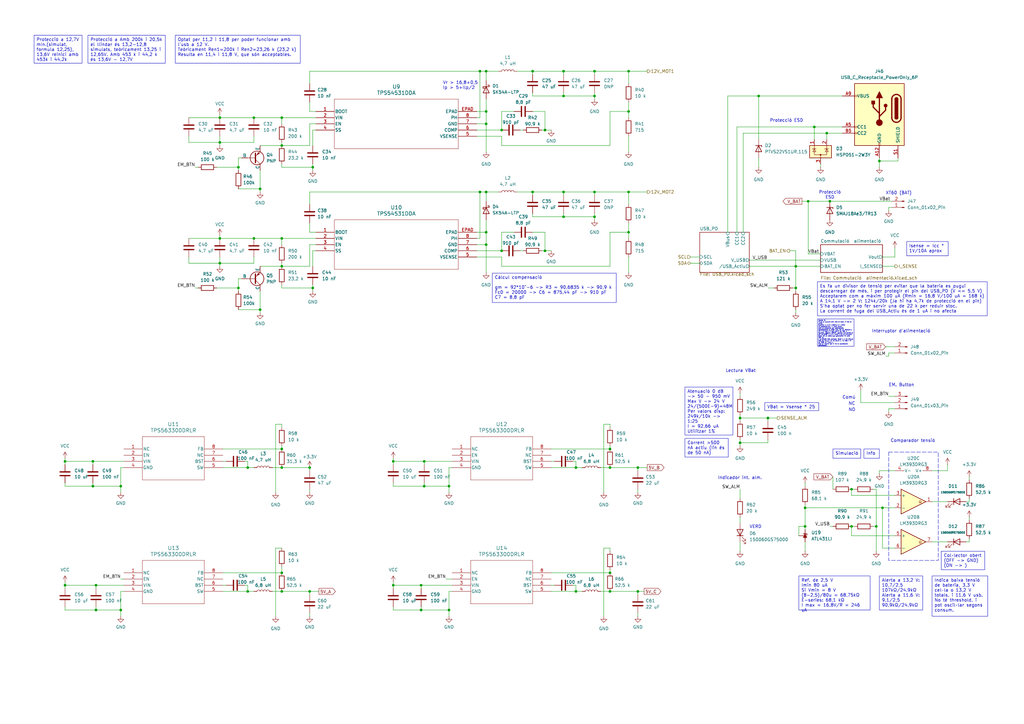
<source format=kicad_sch>
(kicad_sch (version 20231120) (generator "eeschema") (generator_version "8.0")
  (paper "A3")
  (junction (at 243.84 78.74))
  (junction (at 49.53 250.19))
  (junction (at 127 191.77))
  (junction (at 361.95 208.28))
  (junction (at 257.81 29.21))
  (junction (at 250.19 242.57))
  (junction (at 360.68 66.04))
  (junction (at 250.19 184.15))
  (junction (at 205.74 102.87))
  (junction (at 90.17 48.26))
  (junction (at 161.29 240.03))
  (junction (at 39.37 250.19))
  (junction (at 173.99 199.39))
  (junction (at 97.79 68.58))
  (junction (at 257.81 95.25))
  (junction (at 106.68 77.47))
  (junction (at 340.36 82.55))
  (junction (at 199.39 95.25))
  (junction (at 243.84 29.21))
  (junction (at 250.19 191.77))
  (junction (at 199.39 50.8))
  (junction (at 199.39 78.74))
  (junction (at 261.62 191.77))
  (junction (at 303.53 181.61))
  (junction (at 231.14 78.74))
  (junction (at 115.57 97.79))
  (junction (at 334.01 52.07))
  (junction (at 172.72 250.19))
  (junction (at 196.85 29.21))
  (junction (at 196.85 78.74))
  (junction (at 104.14 97.79))
  (junction (at 90.17 97.79))
  (junction (at 26.67 189.23))
  (junction (at 243.84 88.9))
  (junction (at 128.27 118.11))
  (junction (at 205.74 53.34))
  (junction (at 231.14 88.9))
  (junction (at 314.96 171.45))
  (junction (at 49.53 199.39))
  (junction (at 90.17 107.95))
  (junction (at 339.09 54.61))
  (junction (at 97.79 118.11))
  (junction (at 218.44 29.21))
  (junction (at 326.39 118.11))
  (junction (at 115.57 191.77))
  (junction (at 161.29 189.23))
  (junction (at 243.84 39.37))
  (junction (at 261.62 242.57))
  (junction (at 101.6 191.77))
  (junction (at 236.22 191.77))
  (junction (at 199.39 100.33))
  (junction (at 39.37 240.03))
  (junction (at 184.15 250.19))
  (junction (at 250.19 234.95))
  (junction (at 359.41 215.9))
  (junction (at 26.67 240.03))
  (junction (at 106.68 127))
  (junction (at 172.72 240.03))
  (junction (at 303.53 171.45))
  (junction (at 101.6 242.57))
  (junction (at 231.14 29.21))
  (junction (at 223.52 53.34))
  (junction (at 231.14 39.37))
  (junction (at 128.27 68.58))
  (junction (at 331.47 82.55))
  (junction (at 115.57 48.26))
  (junction (at 199.39 29.21))
  (junction (at 115.57 242.57))
  (junction (at 199.39 45.72))
  (junction (at 236.22 242.57))
  (junction (at 349.25 200.66))
  (junction (at 115.57 184.15))
  (junction (at 218.44 78.74))
  (junction (at 326.39 109.22))
  (junction (at 104.14 48.26))
  (junction (at 184.15 199.39))
  (junction (at 127 242.57))
  (junction (at 173.99 189.23))
  (junction (at 349.25 215.9))
  (junction (at 311.15 39.37))
  (junction (at 38.1 199.39))
  (junction (at 257.81 45.72))
  (junction (at 330.2 208.28))
  (junction (at 115.57 109.22))
  (junction (at 330.2 215.9))
  (junction (at 223.52 102.87))
  (junction (at 38.1 189.23))
  (junction (at 115.57 234.95))
  (junction (at 257.81 78.74))
  (junction (at 115.57 59.69))
  (junction (at 90.17 58.42))
  (wire (pts (xy 361.95 109.22) (xy 367.03 109.22)))
  (wire (pts (xy 243.84 78.74) (xy 243.84 80.01)))
  (wire (pts (xy 212.09 29.21) (xy 218.44 29.21)))
  (wire (pts (xy 261.62 191.77) (xy 265.43 191.77)))
  (wire (pts (xy 195.58 100.33) (xy 199.39 100.33)))
  (wire (pts (xy 361.95 208.28) (xy 367.03 208.28)))
  (wire (pts (xy 195.58 48.26) (xy 196.85 48.26)))
  (wire (pts (xy 91.44 242.57) (xy 101.6 242.57)))
  (wire (pts (xy 100.33 240.03) (xy 101.6 240.03)))
  (wire (pts (xy 127 191.77) (xy 127 193.04)))
  (wire (pts (xy 127 50.8) (xy 127 59.69)))
  (wire (pts (xy 26.67 187.96) (xy 26.67 189.23)))
  (wire (pts (xy 257.81 29.21) (xy 265.43 29.21)))
  (wire (pts (xy 115.57 191.77) (xy 127 191.77)))
  (wire (pts (xy 161.29 250.19) (xy 161.29 248.92)))
  (wire (pts (xy 196.85 48.26) (xy 196.85 29.21)))
  (wire (pts (xy 184.15 199.39) (xy 184.15 201.93)))
  (wire (pts (xy 358.14 215.9) (xy 359.41 215.9)))
  (wire (pts (xy 111.76 242.57) (xy 115.57 242.57)))
  (wire (pts (xy 129.54 50.8) (xy 127 50.8)))
  (wire (pts (xy 49.53 250.19) (xy 49.53 252.73)))
  (wire (pts (xy 327.66 215.9) (xy 330.2 215.9)))
  (wire (pts (xy 331.47 82.55) (xy 340.36 82.55)))
  (wire (pts (xy 261.62 191.77) (xy 261.62 193.04)))
  (wire (pts (xy 115.57 224.79) (xy 113.03 224.79)))
  (wire (pts (xy 236.22 189.23) (xy 236.22 191.77)))
  (wire (pts (xy 106.68 128.27) (xy 106.68 127)))
  (wire (pts (xy 231.14 29.21) (xy 243.84 29.21)))
  (wire (pts (xy 104.14 55.88) (xy 104.14 58.42)))
  (wire (pts (xy 367.03 167.64) (xy 364.49 167.64)))
  (wire (pts (xy 90.17 48.26) (xy 104.14 48.26)))
  (wire (pts (xy 26.67 199.39) (xy 26.67 198.12)))
  (wire (pts (xy 388.62 190.5) (xy 388.62 193.04)))
  (wire (pts (xy 349.25 215.9) (xy 350.52 215.9)))
  (wire (pts (xy 115.57 58.42) (xy 115.57 59.69)))
  (wire (pts (xy 257.81 29.21) (xy 257.81 34.29)))
  (wire (pts (xy 195.58 95.25) (xy 199.39 95.25)))
  (wire (pts (xy 353.06 160.02) (xy 353.06 165.1)))
  (wire (pts (xy 227.33 189.23) (xy 226.06 189.23)))
  (wire (pts (xy 127 78.74) (xy 196.85 78.74)))
  (wire (pts (xy 128.27 53.34) (xy 128.27 59.69)))
  (wire (pts (xy 173.99 199.39) (xy 184.15 199.39)))
  (wire (pts (xy 326.39 109.22) (xy 336.55 109.22)))
  (wire (pts (xy 368.3 66.04) (xy 360.68 66.04)))
  (wire (pts (xy 223.52 53.34) (xy 222.25 53.34)))
  (wire (pts (xy 213.36 102.87) (xy 214.63 102.87)))
  (wire (pts (xy 349.25 203.2) (xy 349.25 200.66)))
  (wire (pts (xy 397.51 212.09) (xy 397.51 213.36)))
  (wire (pts (xy 359.41 200.66) (xy 359.41 215.9)))
  (wire (pts (xy 250.19 109.22) (xy 250.19 95.25)))
  (wire (pts (xy 205.74 105.41) (xy 205.74 109.22)))
  (wire (pts (xy 218.44 87.63) (xy 218.44 88.9)))
  (wire (pts (xy 104.14 107.95) (xy 90.17 107.95)))
  (wire (pts (xy 111.76 191.77) (xy 115.57 191.77)))
  (wire (pts (xy 250.19 233.68) (xy 250.19 234.95)))
  (wire (pts (xy 397.51 220.98) (xy 397.51 222.25)))
  (wire (pts (xy 250.19 182.88) (xy 250.19 184.15)))
  (wire (pts (xy 127 83.82) (xy 127 78.74)))
  (wire (pts (xy 81.28 68.58) (xy 80.01 68.58)))
  (wire (pts (xy 367.03 203.2) (xy 349.25 203.2)))
  (wire (pts (xy 243.84 88.9) (xy 243.84 90.17)))
  (wire (pts (xy 90.17 55.88) (xy 90.17 58.42)))
  (wire (pts (xy 115.57 232.41) (xy 115.57 234.95)))
  (wire (pts (xy 199.39 29.21) (xy 204.47 29.21)))
  (wire (pts (xy 91.44 191.77) (xy 101.6 191.77)))
  (wire (pts (xy 161.29 240.03) (xy 172.72 240.03)))
  (wire (pts (xy 182.88 237.49) (xy 185.42 237.49)))
  (wire (pts (xy 311.15 39.37) (xy 345.44 39.37)))
  (wire (pts (xy 283.21 105.41) (xy 287.02 105.41)))
  (wire (pts (xy 26.67 190.5) (xy 26.67 189.23)))
  (wire (pts (xy 243.84 38.1) (xy 243.84 39.37)))
  (wire (pts (xy 115.57 175.26) (xy 115.57 173.99)))
  (wire (pts (xy 100.33 189.23) (xy 101.6 189.23)))
  (wire (pts (xy 90.17 107.95) (xy 90.17 109.22)))
  (wire (pts (xy 106.68 59.69) (xy 115.57 59.69)))
  (wire (pts (xy 106.68 78.74) (xy 106.68 77.47)))
  (wire (pts (xy 236.22 240.03) (xy 236.22 242.57)))
  (wire (pts (xy 243.84 29.21) (xy 243.84 30.48)))
  (wire (pts (xy 236.22 191.77) (xy 238.76 191.77)))
  (wire (pts (xy 195.58 55.88) (xy 205.74 55.88)))
  (wire (pts (xy 172.72 250.19) (xy 172.72 248.92)))
  (wire (pts (xy 195.58 45.72) (xy 199.39 45.72)))
  (wire (pts (xy 340.36 215.9) (xy 341.63 215.9)))
  (wire (pts (xy 199.39 29.21) (xy 199.39 33.02)))
  (wire (pts (xy 97.79 64.77) (xy 99.06 64.77)))
  (wire (pts (xy 77.47 97.79) (xy 90.17 97.79)))
  (wire (pts (xy 340.36 82.55) (xy 365.76 82.55)))
  (wire (pts (xy 218.44 80.01) (xy 218.44 78.74)))
  (wire (pts (xy 97.79 119.38) (xy 97.79 118.11)))
  (wire (pts (xy 115.57 242.57) (xy 127 242.57)))
  (wire (pts (xy 223.52 45.72) (xy 223.52 53.34)))
  (wire (pts (xy 195.58 50.8) (xy 199.39 50.8)))
  (wire (pts (xy 173.99 190.5) (xy 173.99 189.23)))
  (wire (pts (xy 39.37 250.19) (xy 39.37 248.92)))
  (wire (pts (xy 199.39 78.74) (xy 199.39 82.55)))
  (wire (pts (xy 115.57 68.58) (xy 128.27 68.58)))
  (wire (pts (xy 368.3 64.77) (xy 368.3 66.04)))
  (wire (pts (xy 195.58 105.41) (xy 205.74 105.41)))
  (wire (pts (xy 304.8 95.25) (xy 304.8 54.61)))
  (wire (pts (xy 88.9 68.58) (xy 97.79 68.58)))
  (wire (pts (xy 261.62 242.57) (xy 261.62 243.84)))
  (wire (pts (xy 397.51 195.58) (xy 397.51 196.85)))
  (wire (pts (xy 199.39 40.64) (xy 199.39 45.72)))
  (wire (pts (xy 77.47 105.41) (xy 77.47 107.95)))
  (wire (pts (xy 283.21 107.95) (xy 287.02 107.95)))
  (wire (pts (xy 184.15 191.77) (xy 185.42 191.77)))
  (wire (pts (xy 339.09 54.61) (xy 339.09 57.15)))
  (wire (pts (xy 367.03 105.41) (xy 367.03 101.6)))
  (wire (pts (xy 397.51 204.47) (xy 397.51 205.74)))
  (wire (pts (xy 250.19 45.72) (xy 257.81 45.72)))
  (wire (pts (xy 339.09 54.61) (xy 345.44 54.61)))
  (wire (pts (xy 161.29 190.5) (xy 161.29 189.23)))
  (wire (pts (xy 90.17 58.42) (xy 90.17 59.69)))
  (wire (pts (xy 115.57 48.26) (xy 115.57 50.8)))
  (wire (pts (xy 298.45 39.37) (xy 311.15 39.37)))
  (wire (pts (xy 199.39 45.72) (xy 199.39 50.8)))
  (wire (pts (xy 212.09 78.74) (xy 218.44 78.74)))
  (wire (pts (xy 226.06 102.87) (xy 223.52 102.87)))
  (wire (pts (xy 303.53 171.45) (xy 314.96 171.45)))
  (wire (pts (xy 127 34.29) (xy 127 29.21)))
  (wire (pts (xy 323.85 102.87) (xy 326.39 102.87)))
  (wire (pts (xy 172.72 241.3) (xy 172.72 240.03)))
  (wire (pts (xy 199.39 100.33) (xy 199.39 111.76)))
  (wire (pts (xy 247.65 224.79) (xy 247.65 252.73)))
  (wire (pts (xy 330.2 208.28) (xy 361.95 208.28)))
  (wire (pts (xy 367.03 224.79) (xy 361.95 224.79)))
  (wire (pts (xy 104.14 105.41) (xy 104.14 107.95)))
  (wire (pts (xy 246.38 191.77) (xy 250.19 191.77)))
  (wire (pts (xy 49.53 191.77) (xy 50.8 191.77)))
  (wire (pts (xy 196.85 78.74) (xy 199.39 78.74)))
  (wire (pts (xy 184.15 242.57) (xy 184.15 250.19)))
  (wire (pts (xy 127 95.25) (xy 127 91.44)))
  (wire (pts (xy 88.9 118.11) (xy 97.79 118.11)))
  (wire (pts (xy 257.81 78.74) (xy 265.43 78.74)))
  (wire (pts (xy 218.44 95.25) (xy 223.52 95.25)))
  (wire (pts (xy 90.17 105.41) (xy 90.17 107.95)))
  (wire (pts (xy 397.51 222.25) (xy 396.24 222.25)))
  (wire (pts (xy 195.58 102.87) (xy 205.74 102.87)))
  (wire (pts (xy 128.27 102.87) (xy 128.27 109.22)))
  (wire (pts (xy 360.68 193.04) (xy 367.03 193.04)))
  (wire (pts (xy 303.53 181.61) (xy 314.96 181.61)))
  (wire (pts (xy 303.53 181.61) (xy 303.53 182.88)))
  (wire (pts (xy 247.65 173.99) (xy 247.65 201.93)))
  (wire (pts (xy 226.06 53.34) (xy 223.52 53.34)))
  (wire (pts (xy 26.67 199.39) (xy 38.1 199.39)))
  (wire (pts (xy 38.1 189.23) (xy 50.8 189.23)))
  (wire (pts (xy 231.14 78.74) (xy 243.84 78.74)))
  (wire (pts (xy 127 242.57) (xy 130.81 242.57)))
  (wire (pts (xy 128.27 116.84) (xy 128.27 118.11)))
  (wire (pts (xy 325.12 118.11) (xy 326.39 118.11)))
  (wire (pts (xy 101.6 191.77) (xy 104.14 191.77)))
  (wire (pts (xy 213.36 53.34) (xy 214.63 53.34)))
  (wire (pts (xy 231.14 38.1) (xy 231.14 39.37)))
  (wire (pts (xy 115.57 118.11) (xy 115.57 116.84)))
  (wire (pts (xy 330.2 198.12) (xy 330.2 199.39)))
  (wire (pts (xy 303.53 170.18) (xy 303.53 171.45)))
  (wire (pts (xy 195.58 97.79) (xy 196.85 97.79)))
  (wire (pts (xy 104.14 58.42) (xy 90.17 58.42)))
  (wire (pts (xy 330.2 215.9) (xy 330.2 217.17)))
  (wire (pts (xy 161.29 241.3) (xy 161.29 240.03)))
  (wire (pts (xy 303.53 181.61) (xy 303.53 180.34)))
  (wire (pts (xy 127 252.73) (xy 127 251.46)))
  (wire (pts (xy 257.81 62.23) (xy 257.81 55.88)))
  (wire (pts (xy 303.53 171.45) (xy 303.53 172.72)))
  (wire (pts (xy 161.29 187.96) (xy 161.29 189.23)))
  (wire (pts (xy 113.03 224.79) (xy 113.03 252.73)))
  (wire (pts (xy 101.6 240.03) (xy 101.6 242.57)))
  (wire (pts (xy 303.53 222.25) (xy 303.53 226.06)))
  (wire (pts (xy 218.44 78.74) (xy 231.14 78.74)))
  (wire (pts (xy 199.39 78.74) (xy 204.47 78.74)))
  (wire (pts (xy 364.49 144.78) (xy 367.03 144.78)))
  (wire (pts (xy 234.95 189.23) (xy 236.22 189.23)))
  (wire (pts (xy 363.22 146.05) (xy 364.49 146.05)))
  (wire (pts (xy 97.79 114.3) (xy 97.79 118.11)))
  (wire (pts (xy 359.41 215.9) (xy 359.41 226.06)))
  (wire (pts (xy 90.17 96.52) (xy 90.17 97.79)))
  (wire (pts (xy 326.39 127) (xy 326.39 128.27)))
  (wire (pts (xy 302.26 52.07) (xy 302.26 95.25)))
  (wire (pts (xy 303.53 161.29) (xy 303.53 162.56)))
  (wire (pts (xy 257.81 45.72) (xy 257.81 48.26)))
  (wire (pts (xy 326.39 118.11) (xy 326.39 119.38)))
  (wire (pts (xy 128.27 67.31) (xy 128.27 68.58)))
  (wire (pts (xy 334.01 52.07) (xy 334.01 57.15)))
  (wire (pts (xy 184.15 191.77) (xy 184.15 199.39)))
  (wire (pts (xy 250.19 242.57) (xy 261.62 242.57)))
  (wire (pts (xy 307.34 106.68) (xy 336.55 106.68)))
  (wire (pts (xy 314.96 171.45) (xy 314.96 172.72)))
  (wire (pts (xy 218.44 38.1) (xy 218.44 39.37)))
  (wire (pts (xy 205.74 95.25) (xy 205.74 102.87)))
  (wire (pts (xy 195.58 53.34) (xy 205.74 53.34)))
  (wire (pts (xy 184.15 242.57) (xy 185.42 242.57)))
  (wire (pts (xy 26.67 241.3) (xy 26.67 240.03)))
  (wire (pts (xy 250.19 59.69) (xy 250.19 45.72)))
  (wire (pts (xy 129.54 45.72) (xy 127 45.72)))
  (wire (pts (xy 101.6 242.57) (xy 104.14 242.57)))
  (wire (pts (xy 231.14 88.9) (xy 243.84 88.9)))
  (wire (pts (xy 243.84 39.37) (xy 243.84 40.64)))
  (wire (pts (xy 328.93 82.55) (xy 331.47 82.55)))
  (wire (pts (xy 307.34 109.22) (xy 326.39 109.22)))
  (wire (pts (xy 127 29.21) (xy 196.85 29.21)))
  (wire (pts (xy 106.68 119.38) (xy 106.68 127)))
  (wire (pts (xy 38.1 190.5) (xy 38.1 189.23)))
  (wire (pts (xy 91.44 184.15) (xy 115.57 184.15)))
  (wire (pts (xy 298.45 95.25) (xy 298.45 39.37)))
  (wire (pts (xy 39.37 240.03) (xy 50.8 240.03)))
  (wire (pts (xy 97.79 69.85) (xy 97.79 68.58)))
  (wire (pts (xy 184.15 250.19) (xy 184.15 252.73)))
  (wire (pts (xy 361.95 224.79) (xy 361.95 208.28)))
  (wire (pts (xy 196.85 97.79) (xy 196.85 78.74)))
  (wire (pts (xy 223.52 95.25) (xy 223.52 102.87)))
  (wire (pts (xy 92.71 189.23) (xy 91.44 189.23)))
  (wire (pts (xy 303.53 212.09) (xy 303.53 214.63)))
  (wire (pts (xy 330.2 222.25) (xy 330.2 226.06)))
  (wire (pts (xy 257.81 78.74) (xy 257.81 83.82)))
  (wire (pts (xy 364.49 86.36) (xy 364.49 85.09)))
  (wire (pts (xy 231.14 39.37) (xy 243.84 39.37)))
  (wire (pts (xy 26.67 240.03) (xy 39.37 240.03)))
  (wire (pts (xy 97.79 114.3) (xy 99.06 114.3)))
  (wire (pts (xy 243.84 87.63) (xy 243.84 88.9)))
  (wire (pts (xy 218.44 45.72) (xy 223.52 45.72)))
  (wire (pts (xy 218.44 29.21) (xy 231.14 29.21)))
  (wire (pts (xy 115.57 68.58) (xy 115.57 67.31)))
  (wire (pts (xy 26.67 250.19) (xy 26.67 248.92)))
  (wire (pts (xy 257.81 111.76) (xy 257.81 105.41)))
  (wire (pts (xy 49.53 242.57) (xy 49.53 250.19)))
  (wire (pts (xy 326.39 102.87) (xy 326.39 109.22)))
  (wire (pts (xy 336.55 67.31) (xy 336.55 68.58)))
  (wire (pts (xy 128.27 53.34) (xy 129.54 53.34)))
  (wire (pts (xy 129.54 95.25) (xy 127 95.25)))
  (wire (pts (xy 104.14 97.79) (xy 115.57 97.79)))
  (wire (pts (xy 205.74 59.69) (xy 250.19 59.69)))
  (wire (pts (xy 128.27 102.87) (xy 129.54 102.87)))
  (wire (pts (xy 38.1 199.39) (xy 38.1 198.12)))
  (wire (pts (xy 243.84 29.21) (xy 257.81 29.21)))
  (wire (pts (xy 314.96 181.61) (xy 314.96 180.34)))
  (wire (pts (xy 199.39 90.17) (xy 199.39 95.25)))
  (wire (pts (xy 311.15 64.77) (xy 311.15 68.58)))
  (wire (pts (xy 364.49 167.64) (xy 364.49 168.91)))
  (wire (pts (xy 261.62 242.57) (xy 264.16 242.57)))
  (wire (pts (xy 127 45.72) (xy 127 41.91)))
  (wire (pts (xy 331.47 104.14) (xy 336.55 104.14)))
  (wire (pts (xy 349.25 200.66) (xy 350.52 200.66)))
  (wire (pts (xy 250.19 173.99) (xy 247.65 173.99)))
  (wire (pts (xy 161.29 250.19) (xy 172.72 250.19)))
  (wire (pts (xy 38.1 199.39) (xy 49.53 199.39)))
  (wire (pts (xy 367.03 219.71) (xy 349.25 219.71)))
  (wire (pts (xy 218.44 39.37) (xy 231.14 39.37)))
  (wire (pts (xy 382.27 205.74) (xy 388.62 205.74)))
  (wire (pts (xy 92.71 240.03) (xy 91.44 240.03)))
  (wire (pts (xy 173.99 199.39) (xy 173.99 198.12)))
  (wire (pts (xy 90.17 97.79) (xy 104.14 97.79)))
  (wire (pts (xy 205.74 45.72) (xy 205.74 53.34)))
  (wire (pts (xy 39.37 250.19) (xy 49.53 250.19)))
  (wire (pts (xy 261.62 251.46) (xy 261.62 252.73)))
  (wire (pts (xy 205.74 55.88) (xy 205.74 59.69)))
  (wire (pts (xy 205.74 109.22) (xy 250.19 109.22)))
  (wire (pts (xy 231.14 80.01) (xy 231.14 78.74)))
  (wire (pts (xy 388.62 193.04) (xy 382.27 193.04)))
  (wire (pts (xy 226.06 242.57) (xy 236.22 242.57)))
  (wire (pts (xy 234.95 240.03) (xy 236.22 240.03)))
  (wire (pts (xy 97.79 77.47) (xy 106.68 77.47)))
  (wire (pts (xy 104.14 48.26) (xy 115.57 48.26)))
  (wire (pts (xy 115.57 97.79) (xy 129.54 97.79)))
  (wire (pts (xy 314.96 171.45) (xy 318.77 171.45)))
  (wire (pts (xy 173.99 189.23) (xy 185.42 189.23)))
  (wire (pts (xy 250.19 95.25) (xy 257.81 95.25)))
  (wire (pts (xy 250.19 175.26) (xy 250.19 173.99)))
  (wire (pts (xy 257.81 91.44) (xy 257.81 95.25)))
  (wire (pts (xy 115.57 48.26) (xy 129.54 48.26)))
  (wire (pts (xy 199.39 50.8) (xy 199.39 62.23)))
  (wire (pts (xy 360.68 194.31) (xy 360.68 193.04)))
  (wire (pts (xy 127 100.33) (xy 127 109.22)))
  (wire (pts (xy 304.8 54.61) (xy 339.09 54.61)))
  (wire (pts (xy 115.57 182.88) (xy 115.57 184.15)))
  (wire (pts (xy 303.53 200.66) (xy 303.53 204.47)))
  (wire (pts (xy 101.6 189.23) (xy 101.6 191.77)))
  (wire (pts (xy 49.53 237.49) (xy 50.8 237.49)))
  (wire (pts (xy 77.47 48.26) (xy 90.17 48.26)))
  (wire (pts (xy 161.29 238.76) (xy 161.29 240.03)))
  (wire (pts (xy 161.29 199.39) (xy 173.99 199.39)))
  (wire (pts (xy 26.67 250.19) (xy 39.37 250.19)))
  (wire (pts (xy 115.57 107.95) (xy 115.57 109.22)))
  (wire (pts (xy 26.67 238.76) (xy 26.67 240.03)))
  (wire (pts (xy 106.68 69.85) (xy 106.68 77.47)))
  (wire (pts (xy 226.06 184.15) (xy 250.19 184.15)))
  (wire (pts (xy 49.53 199.39) (xy 49.53 201.93)))
  (wire (pts (xy 199.39 95.25) (xy 199.39 100.33)))
  (wire (pts (xy 210.82 45.72) (xy 205.74 45.72)))
  (wire (pts (xy 334.01 52.07) (xy 345.44 52.07)))
  (wire (pts (xy 360.68 66.04) (xy 360.68 64.77)))
  (wire (pts (xy 49.53 191.77) (xy 49.53 199.39)))
  (wire (pts (xy 261.62 200.66) (xy 261.62 201.93)))
  (wire (pts (xy 127 109.22) (xy 115.57 109.22)))
  (wire (pts (xy 349.25 219.71) (xy 349.25 215.9)))
  (wire (pts (xy 250.19 191.77) (xy 261.62 191.77)))
  (wire (pts (xy 246.38 242.57) (xy 250.19 242.57)))
  (wire (pts (xy 196.85 29.21) (xy 199.39 29.21)))
  (wire (pts (xy 172.72 240.03) (xy 185.42 240.03)))
  (wire (pts (xy 231.14 87.63) (xy 231.14 88.9)))
  (wire (pts (xy 115.57 173.99) (xy 113.03 173.99)))
  (wire (pts (xy 97.79 64.77) (xy 97.79 68.58)))
  (wire (pts (xy 257.81 95.25) (xy 257.81 97.79)))
  (wire (pts (xy 226.06 191.77) (xy 236.22 191.77)))
  (wire (pts (xy 106.68 109.22) (xy 115.57 109.22)))
  (wire (pts (xy 330.2 207.01) (xy 330.2 208.28)))
  (wire (pts (xy 90.17 46.99) (xy 90.17 48.26)))
  (wire (pts (xy 161.29 199.39) (xy 161.29 198.12)))
  (wire (pts (xy 363.22 142.24) (xy 367.03 142.24)))
  (wire (pts (xy 364.49 146.05) (xy 364.49 144.78)))
  (wire (pts (xy 210.82 95.25) (xy 205.74 95.25)))
  (wire (pts (xy 223.52 102.87) (xy 222.25 102.87)))
  (wire (pts (xy 257.81 41.91) (xy 257.81 45.72)))
  (wire (pts (xy 115.57 97.79) (xy 115.57 100.33)))
  (wire (pts (xy 49.53 242.57) (xy 50.8 242.57)))
  (wire (pts (xy 218.44 30.48) (xy 218.44 29.21)))
  (wire (pts (xy 361.95 105.41) (xy 367.03 105.41)))
  (wire (pts (xy 129.54 100.33) (xy 127 100.33)))
  (wire (pts (xy 227.33 240.03) (xy 226.06 240.03)))
  (wire (pts (xy 77.47 58.42) (xy 90.17 58.42)))
  (wire (pts (xy 311.15 39.37) (xy 311.15 57.15)))
  (wire (pts (xy 331.47 82.55) (xy 331.47 104.14)))
  (wire (pts (xy 77.47 107.95) (xy 90.17 107.95)))
  (wire (pts (xy 250.19 224.79) (xy 247.65 224.79)))
  (wire (pts (xy 127 59.69) (xy 115.57 59.69)))
  (wire (pts (xy 128.27 68.58) (xy 128.27 69.85)))
  (wire (pts (xy 360.68 68.58) (xy 360.68 66.04)))
  (wire (pts (xy 314.96 118.11) (xy 317.5 118.11)))
  (wire (pts (xy 341.63 195.58) (xy 341.63 200.66)))
  (wire (pts (xy 382.27 222.25) (xy 388.62 222.25)))
  (wire (pts (xy 161.29 189.23) (xy 173.99 189.23)))
  (wire (pts (xy 77.47 55.88) (xy 77.47 58.42)))
  (wire (pts (xy 218.44 88.9) (xy 231.14 88.9)))
  (wire (pts (xy 326.39 118.11) (xy 326.39 109.22)))
  (wire (pts (xy 226.06 234.95) (xy 250.19 234.95)))
  (wire (pts (xy 172.72 250.19) (xy 184.15 250.19)))
  (wire (pts (xy 243.84 78.74) (xy 257.81 78.74)))
  (wire (pts (xy 81.28 118.11) (xy 80.01 118.11)))
  (wire (pts (xy 330.2 215.9) (xy 330.2 208.28)))
  (wire (pts (xy 236.22 242.57) (xy 238.76 242.57)))
  (wire (pts (xy 327.66 219.71) (xy 327.66 215.9)))
  (wire (pts (xy 26.67 189.23) (xy 38.1 189.23)))
  (wire (pts (xy 127 200.66) (xy 127 201.93)))
  (wire (pts (xy 364.49 162.56) (xy 367.03 162.56)))
  (wire (pts (xy 250.19 226.06) (xy 250.19 224.79)))
  (wire (pts (xy 128.27 118.11) (xy 128.27 119.38)))
  (wire (pts (xy 91.44 234.95) (xy 115.57 234.95)))
  (wire (pts (xy 302.26 52.07) (xy 334.01 52.07)))
  (wire (pts (xy 358.14 200.66) (xy 359.41 200.66)))
  (wire (pts (xy 127 243.84) (xy 127 242.57)))
  (wire (pts (xy 39.37 241.3) (xy 39.37 240.03)))
  (wire (pts (xy 353.06 165.1) (xy 367.03 165.1)))
  (wire (pts (xy 113.03 173.99) (xy 113.03 201.93)))
  (wire (pts (xy 97.79 127) (xy 106.68 127)))
  (wire (pts (xy 115.57 118.11) (xy 128.27 118.11)))
  (wire (pts (xy 397.51 205.74) (xy 396.24 205.74)))
  (wire (pts (xy 364.49 85.09) (xy 365.76 85.09)))
  (wire (pts (xy 231.14 30.48) (xy 231.14 29.21)))
  (rectangle (start 364.49 185.42) (end 384.81 229.87) (stroke (width 0) (type dash)))
  (text_box "Col·lector obert\n(OFF -> GND)\n(ON -> )" (at 386.08 226.06 0) (size 17.78 7.62) (effects (font (size 1.27 1.27)) (justify left top)))
  (text_box "Indica baixa tensió de bateria, 3,3 V cel·la o 13,2 V totals, i 11,6 V usb. No té threshold, i pot oscil·lar segons consum." (at 382.27 236.22 0) (size 22.86 16.51) (effects (font (size 1.27 1.27)) (justify left top)))
  (text_box "Només R:\nIN té un current sink (10 uA típic, 2-25 uA límit)\nS'activa a >1,3 V (0,8 a 2 V límit)\nTé protecció de 7 V amb Zener\nCom té protecció per sobretensió, considerarem el pitjor cas, 25 uA. Perquè a 12 V hi hagi 2 V cal una R de 400 k. Aquesta, segons l'SPICE, genera una tensió al pin de 6,38 V a 12 V amb 14,5 uA circulant (dels 10 uA típics que generarien 2V amb 400 k).\nA la tensió més elevada, 16,8 V, a 1M circula més de 10 uA i hi ha els 6 V, i a 400 k hi ha 25,8 uA i 6,5 V.\nCom el màxim són 2 mA el considerem satisfactori." (at 335.28 130.81 0) (size 14.986 11.176) (effects (font (size 0.4 0.4)) (justify left top)))
  (text_box "Protecció a Amb 200k i 20,5k el llindar és 13,2-12,8 simulats, teòricament 13,25 i 12,65V. Amb 453 k i 44,2 k és 13,6V - 12,7V" (at 36.068 14.478 0) (size 31.75 11.43) (effects (font (size 1.27 1.27)) (justify left top)))
  (text_box "Es fa un divisor de tensió per evitar que la bateria es pugui descarregar de més, i per protegir el pin del USB_PD (V <= 5,5 V)\nAcceptarem com a màxim 100 uA (Rmin = 16,8 V/100 uA = 168 k)\nA 14,1 V -> 2 V: 124k/20k (Ja hi ha 4,7k de protecció en el pin)\nS'ha optat per no fer servir una de 22 k per reduir stoc.\nLa corrent de fuga del USB_Actiu és de 1 uA i no afecta" (at 335.28 115.57 0) (size 69.596 13.97) (effects (font (size 1.27 1.27)) (justify left top)))
  (text_box "VBat = Vsense * 25" (at 313.69 165.1 0) (size 22.098 3.302) (effects (font (size 1.27 1.27)) (justify left top)))
  (text_box "Optat per 11,2 i 11,8 per poder funcionar amb l'usb a 12 V.\nTeòricament Ren1=200k i Ren2=23,26 k (23,2 k)\nResulta en 11,4 i 11,8 V, que són acceptables." (at 71.882 14.478 0) (size 51.308 11.43) (effects (font (size 1.27 1.27)) (justify left top)))
  (text_box "Isense = Icc * 1V/10A aprox" (at 371.856 99.06 0) (size 17.018 5.842) (effects (font (size 1.27 1.27)) (justify left top)))
  (text_box "Protecció a 12,7V mín.(simulat, formula 12,25), 13,6V reinici amb 453k i 44,2k" (at 13.97 14.478 0) (size 19.685 11.43) (effects (font (size 1.27 1.27)) (justify left top)))
  (text_box "Simulació" (at 341.63 184.15 0) (size 11.43 3.81) (effects (font (size 1.27 1.27)) (justify left top)))
  (text_box "Atenuació 0 dB -> 50 - 950 mV\nMax V -> 24 V\n24/(500E-9)=48M\nPer valors disp:\n249k/10k -> 1:25\nI = 92,66 uA\nUtilitzar 1%" (at 280.924 158.75 0) (size 19.685 19.685) (effects (font (size 1.27 1.27)) (justify left top)))
  (text_box "Info" (at 354.33 184.15 0) (size 6.35 3.81) (effects (font (size 1.27 1.27)) (justify left top)))
  (text_box "Ref. de 2,5 V\nImin 80 uA\nSi Vmin = 8 V\n(8-2,5)/80u = 68,75kΩ\nE-series: 68,1 kΩ\nI max = 16,8V/R = 246 uA" (at 327.66 236.22 0) (size 29.21 13.97) (effects (font (size 1.27 1.27)) (justify left top)))
  (text_box "Corrent >500 nA actiu (Iin és de 50 nA)" (at 280.924 179.832 0) (size 17.78 7.62) (effects (font (size 1.27 1.27)) (justify left top)))
  (text_box "Alerta a 13,2 V: 10,7/2,5\n107kΩ/24,9kΩ\nAlerta a 11,6 V: 9,1/2,5\n90,9kΩ/24,9kΩ" (at 360.68 236.22 0) (size 17.78 13.97) (effects (font (size 1.27 1.27)) (justify left top)))
  (text_box "Càlcul compensació\n\ngm = 92*10^-6 -> R3 = 90,6835 k -> 90,9 k\nFc0 = 20000 -> C6 = 875,44 pF -> 910 pF\nC7 = 8,8 pF\n" (at 201.93 112.014 0) (size 50.8 12.065) (effects (font (size 1.27 1.27)) (justify left top)))
  (text "Indicador int. alm." (at 303.53 196.088 0) (effects (font (size 1.27 1.27))))
  (text "XT60 (BAT)" (at 363.22 80.01 0) (effects (font (size 1.27 1.27)) (justify left bottom)))
  (text "Protecció ESD" (at 322.58 49.53 0) (effects (font (size 1.27 1.27))))
  (text "EM. Button" (at 364.49 158.75 0) (effects (font (size 1.27 1.27)) (justify left bottom)))
  (text "NC" (at 347.98 166.37 0) (effects (font (size 1.27 1.27)) (justify left bottom)))
  (text "NO" (at 347.98 168.91 0) (effects (font (size 1.27 1.27)) (justify left bottom)))
  (text "Vr > 16,8+0,5\nIp > 5+Ilp/2" (at 181.61 36.83 0) (effects (font (size 1.27 1.27)) (justify left bottom)))
  (text "Protecció\nESD" (at 340.36 80.01 0) (effects (font (size 1.27 1.27))))
  (text "VERD" (at 309.88 216.154 0) (effects (font (size 1.27 1.27))))
  (text "Comú" (at 345.44 163.83 0) (effects (font (size 1.27 1.27)) (justify left bottom)))
  (text "Lectura VBat" (at 303.784 152.146 0) (effects (font (size 1.27 1.27))))
  (text "Comparador tensió" (at 374.396 180.848 0) (effects (font (size 1.27 1.27))))
  (text "Interruptor d'alimentació" (at 369.57 135.89 0) (effects (font (size 1.27 1.27))))
  (label "EM_BTN" (at 80.01 118.11 180))
  (label "V_USB" (at 308.61 106.68 0))
  (label "EM_BTN" (at 364.49 162.56 180))
  (label "VBat" (at 331.47 104.14 0))
  (label "SW_ALM" (at 363.22 146.05 180))
  (label "VBat" (at 360.68 82.55 0))
  (label "SW_ALM" (at 314.96 118.11 180))
  (label "V_USB" (at 340.36 215.9 180))
  (label "EM_BTN" (at 49.53 237.49 180))
  (label "SW_ALM" (at 303.53 200.66 180))
  (label "EM_BTN" (at 182.88 237.49 180))
  (label "EM_BTN" (at 80.01 68.58 180))
  (global_label "V_BAT" (shape input) (at 341.63 195.58 180) (property "Intersheetrefs" "${INTERSHEET_REFS}" (effects (hide yes))))
  (global_label "5V_B" (shape output) (at 265.43 191.77 0) (property "Intersheetrefs" "${INTERSHEET_REFS}" (effects (hide yes))))
  (global_label "5V_C" (shape output) (at 264.16 242.57 0) (property "Intersheetrefs" "${INTERSHEET_REFS}" (effects (hide yes))))
  (global_label "V_BAT" (shape output) (at 328.93 82.55 180) (property "Intersheetrefs" "${INTERSHEET_REFS}" (effects (hide yes))))
  (global_label "V_BAT" (shape input) (at 363.22 142.24 180) (property "Intersheetrefs" "${INTERSHEET_REFS}" (effects (hide yes))))
  (global_label "5V_A" (shape output) (at 130.81 242.57 0) (property "Intersheetrefs" "${INTERSHEET_REFS}" (effects (hide yes))))
  (hierarchical_label "12V_MOT1" (shape output) (at 265.43 29.21 0))
  (hierarchical_label "BAT_EN" (shape output) (at 323.85 102.87 180))
  (hierarchical_label "12V_MOT2" (shape output) (at 265.43 78.74 0))
  (hierarchical_label "SDA" (shape bidirectional) (at 283.21 107.95 180))
  (hierarchical_label "SCL" (shape input) (at 283.21 105.41 180))
  (hierarchical_label "I_SENSE" (shape output) (at 367.03 109.22 0))
  (hierarchical_label "SENSE_ALM" (shape output) (at 318.77 171.45 0))
  (symbol (lib_id "Device:R") (at 257.81 101.6 0) (unit 1)
    (property "Reference" "R48" (at 260.35 100.33 0) (effects (justify left)))
    (property "Value" "715" (at 260.35 102.87 0) (effects (justify left)))
    (property "Footprint" "Resistor_SMD:R_0603_1608Metric_Pad0.98x0.95mm_HandSolder" (effects (hide yes)))
  )
  (symbol (lib_id "power:VCC") (at 90.17 46.99 0) (unit 1)
    (property "Reference" "#PWR077" (effects (hide yes)))
    (property "Value" "VCC" (at 90.17 42.545 0))
  )
  (symbol (lib_id "Device:C") (at 38.1 194.31 0) (unit 1)
    (property "Reference" "C49" (at 41.91 193.04 0) (effects (justify left)))
    (property "Value" "100 nF" (at 41.91 195.58 0) (effects (justify left)))
    (property "Footprint" "Capacitor_SMD:C_0603_1608Metric_Pad1.08x0.95mm_HandSolder" (effects (hide yes)))
  )
  (symbol (lib_id "Device:R") (at 115.57 63.5 0) (unit 1)
    (property "Reference" "R44" (at 118.11 62.2299 0) (effects (justify left)))
    (property "Value" "23,2 k" (at 118.11 64.7699 0) (effects (justify left)))
    (property "Footprint" "Resistor_SMD:R_0603_1608Metric_Pad0.98x0.95mm_HandSolder" (effects (hide yes)))
  )
  (symbol (lib_id "Device:L") (at 242.57 191.77 90) (unit 1)
    (property "Reference" "L4" (at 242.57 186.69 90))
    (property "Value" "6,8 uH" (at 242.57 189.23 90))
    (property "Footprint" "HM72L-06306R8LFTR:INDPM7166X300N" (effects (hide yes)))
    (property "Component" "HM72L-06306R8" (effects (hide yes)))
  )
  (symbol (lib_id "Device:C") (at 77.47 101.6 0) (unit 1)
    (property "Reference" "C40" (at 81.28 100.33 0) (effects (justify left)))
    (property "Value" "4,7 uF" (at 81.28 102.87 0) (effects (justify left)))
    (property "Footprint" "Capacitor_SMD:C_0603_1608Metric_Pad1.08x0.95mm_HandSolder" (effects (hide yes)))
  )
  (symbol (lib_id "power:GND") (at 128.27 119.38 0) (unit 1)
    (property "Reference" "#PWR096" (effects (hide yes)))
    (property "Value" "GND" (at 128.27 123.825 0))
  )
  (symbol (lib_id "2023-12-02_13-22-04:TPS563300DRLR") (at 185.42 184.15 0) (unit 1)
    (property "Reference" "U12" (at 205.74 173.99 0) (effects (font (size 1.524 1.524))))
    (property "Value" "TPS563300DRLR" (at 205.74 176.53 0) (effects (font (size 1.524 1.524))))
    (property "Footprint" "tps563300:SOT5X3-8_DRL_TEX" (effects (hide yes)))
    (property "Datasheet" "TPS563300DRLR" (effects (hide yes)))
  )
  (symbol (lib_id "2023-12-02_13-22-04:TPS563300DRLR") (at 185.42 234.95 0) (unit 1)
    (property "Reference" "U14" (at 205.74 224.79 0) (effects (font (size 1.524 1.524))))
    (property "Value" "TPS563300DRLR" (at 205.74 227.33 0) (effects (font (size 1.524 1.524))))
    (property "Footprint" "tps563300:SOT5X3-8_DRL_TEX" (effects (hide yes)))
    (property "Datasheet" "TPS563300DRLR" (effects (hide yes)))
  )
  (symbol (lib_id "Device:R") (at 250.19 179.07 0) (unit 1)
    (property "Reference" "R59" (at 252.73 177.8 0) (effects (justify left)))
    (property "Value" "10 k" (at 252.73 180.34 0) (effects (justify left)))
    (property "Footprint" "Resistor_SMD:R_0603_1608Metric_Pad0.98x0.95mm_HandSolder" (effects (hide yes)))
  )
  (symbol (lib_id "Device:L") (at 107.95 242.57 90) (unit 1)
    (property "Reference" "L5" (at 107.95 237.49 90))
    (property "Value" "6,8 uH" (at 107.95 240.03 90))
    (property "Footprint" "HM72L-06306R8LFTR:INDPM7166X300N" (effects (hide yes)))
    (property "Component" "HM72L-06306R8" (effects (hide yes)))
  )
  (symbol (lib_id "Device:R") (at 115.57 104.14 0) (unit 1)
    (property "Reference" "R50" (at 118.11 102.8699 0) (effects (justify left)))
    (property "Value" "200 k" (at 118.11 105.4099 0) (effects (justify left)))
    (property "Footprint" "Resistor_SMD:R_0603_1608Metric_Pad0.98x0.95mm_HandSolder" (effects (hide yes)))
  )
  (symbol (lib_id "Device:R") (at 218.44 53.34 90) (unit 1)
    (property "Reference" "R42" (at 218.44 48.26 90))
    (property "Value" "90,9 k" (at 218.44 50.8 90))
    (property "Footprint" "Resistor_SMD:R_0603_1608Metric_Pad0.98x0.95mm_HandSolder" (effects (hide yes)))
  )
  (symbol (lib_id "Device:R") (at 85.09 68.58 90) (unit 1)
    (property "Reference" "R45" (at 85.09 62.865 90))
    (property "Value" "100 k" (at 85.09 65.405 90))
    (property "Footprint" "Resistor_SMD:R_0603_1608Metric_Pad0.98x0.95mm_HandSolder" (effects (hide yes)))
  )
  (symbol (lib_id "Power_Protection:ESDA5V3L") (at 336.55 62.23 0) (unit 1)
    (property "Reference" "D3" (at 342.9 60.9599 0) (effects (justify left)))
    (property "Value" "HSP051-2W3Y" (at 342.9 63.4999 0) (effects (justify left)))
    (property "Footprint" "Package_TO_SOT_SMD:SOT-323_SC-70_Handsoldering" (effects (hide yes)))
  )
  (symbol (lib_id "Device:R") (at 115.57 228.6 0) (unit 1)
    (property "Reference" "R63" (at 118.11 227.33 0) (effects (justify left)))
    (property "Value" "10 k" (at 118.11 229.87 0) (effects (justify left)))
    (property "Footprint" "Resistor_SMD:R_0603_1608Metric_Pad0.98x0.95mm_HandSolder" (effects (hide yes)))
  )
  (symbol (lib_id "power:GND") (at 261.62 201.93 0) (unit 1)
    (property "Reference" "#PWR0111" (effects (hide yes)))
    (property "Value" "GND" (at 261.62 206.375 0))
  )
  (symbol (lib_id "Device:C") (at 231.14 83.82 0) (unit 1)
    (property "Reference" "C36" (at 234.315 82.55 0) (effects (justify left)))
    (property "Value" "47 uF" (at 234.315 85.09 0) (effects (justify left)))
    (property "Footprint" "Capacitor_SMD:C_1210_3225Metric_Pad1.33x2.70mm_HandSolder" (effects (hide yes)))
  )
  (symbol (lib_id "power:VCC") (at 161.29 238.76 0) (unit 1)
    (property "Reference" "#PWR0114" (effects (hide yes)))
    (property "Value" "VCC" (at 161.29 233.68 0))
  )
  (symbol (lib_id "Device:C") (at 96.52 240.03 90) (unit 1)
    (property "Reference" "C54" (at 99.695 236.22 90))
    (property "Value" "100 nF" (at 100.965 238.76 90))
    (property "Footprint" "Capacitor_SMD:C_0603_1608Metric_Pad1.08x0.95mm_HandSolder" (effects (hide yes)))
  )
  (symbol (lib_id "Device:R") (at 303.53 176.53 0) (unit 1)
    (property "Reference" "R57" (at 306.07 175.2599 0) (effects (justify left)))
    (property "Value" "10 k" (at 306.07 177.7999 0) (effects (justify left)))
    (property "Footprint" "Resistor_SMD:R_0603_1608Metric_Pad0.98x0.95mm_HandSolder" (effects (hide yes)))
    (property "Description" "Resistor" (effects (hide yes)))
  )
  (symbol (lib_id "power:GND") (at 199.39 62.23 0) (unit 1)
    (property "Reference" "#PWR080" (effects (hide yes)))
    (property "Value" "GND" (at 199.39 67.31 0))
  )
  (symbol (lib_id "Device:R") (at 354.33 200.66 90) (unit 1)
    (property "Reference" "R88" (at 354.33 194.31 90))
    (property "Value" "24,9 k" (at 354.33 196.85 90))
    (property "Footprint" "Resistor_SMD:R_0603_1608Metric_Pad0.98x0.95mm_HandSolder" (effects (hide yes)))
    (property "Description" "Resistor" (effects (hide yes)))
  )
  (symbol (lib_id "Device:R") (at 330.2 203.2 0) (unit 1)
    (property "Reference" "R85" (at 332.74 201.9299 0) (effects (justify left)))
    (property "Value" "68,1 k" (at 332.74 204.4699 0) (effects (justify left)))
    (property "Footprint" "Resistor_SMD:R_0603_1608Metric_Pad0.98x0.95mm_HandSolder" (effects (hide yes)))
    (property "Description" "Resistor" (effects (hide yes)))
  )
  (symbol (lib_id "Device:C") (at 173.99 194.31 0) (unit 1)
    (property "Reference" "C51" (at 177.8 193.04 0) (effects (justify left)))
    (property "Value" "100 nF" (at 177.8 195.58 0) (effects (justify left)))
    (property "Footprint" "Capacitor_SMD:C_0603_1608Metric_Pad1.08x0.95mm_HandSolder" (effects (hide yes)))
  )
  (symbol (lib_id "power:GND") (at 184.15 252.73 0) (unit 1)
    (property "Reference" "#PWR0118" (effects (hide yes)))
    (property "Value" "GND" (at 184.15 257.175 0))
  )
  (symbol (lib_id "Device:R") (at 97.79 123.19 0) (unit 1)
    (property "Reference" "R54" (at 99.695 121.92 0) (effects (justify left)))
    (property "Value" "100k" (at 99.695 124.46 0) (effects (justify left)))
    (property "Footprint" "Resistor_SMD:R_0603_1608Metric_Pad0.98x0.95mm_HandSolder" (effects (hide yes)))
  )
  (symbol (lib_id "Device:R") (at 303.53 166.37 0) (unit 1)
    (property "Reference" "R56" (at 306.07 165.0999 0) (effects (justify left)))
    (property "Value" "249 k" (at 306.07 167.6399 0) (effects (justify left)))
    (property "Footprint" "Resistor_SMD:R_0603_1608Metric_Pad0.98x0.95mm_HandSolder" (effects (hide yes)))
    (property "Description" "Resistor" (effects (hide yes)))
  )
  (symbol (lib_id "Connector:Conn_01x03_Pin") (at 372.11 165.1 180) (unit 1)
    (property "Reference" "J49" (at 373.38 163.83 0) (effects (justify right)))
    (property "Value" "Conn_01x03_Pin" (at 373.38 166.37 0) (effects (justify right)))
    (property "Footprint" "Connector_JST:JST_PH_B3B-PH-K_1x03_P2.00mm_Vertical" (effects (hide yes)))
  )
  (symbol (lib_id "Device:LED") (at 392.43 222.25 0) (unit 1)
    (property "Reference" "D12" (at 390.8425 215.9 0))
    (property "Value" "150060RS75000" (at 390.8425 218.44 0) (effects (font (size 0.8 0.8))))
    (property "Footprint" "LED_SMD:LED_0603_1608Metric_Pad1.05x0.95mm_HandSolder" (effects (hide yes)))
    (property "Description" "Light emitting diode" (effects (hide yes)))
  )
  (symbol (lib_id "power:GND") (at 364.49 86.36 0) (unit 1)
    (property "Reference" "#PWR087" (effects (hide yes)))
    (property "Value" "GND" (at 364.49 90.805 0))
  )
  (symbol (lib_id "power:GND") (at 106.68 78.74 0) (unit 1)
    (property "Reference" "#PWR086" (effects (hide yes)))
    (property "Value" "GND" (at 106.68 83.185 0))
  )
  (symbol (lib_id "power:+3.3V") (at 127 191.77 0) (unit 1)
    (property "Reference" "#PWR0105" (effects (hide yes)))
    (property "Value" "+3.3V" (at 127 187.325 0))
  )
  (symbol (lib_id "power:GND") (at 364.49 168.91 0) (unit 1)
    (property "Reference" "#PWR0101" (effects (hide yes)))
    (property "Value" "GND" (at 364.49 173.99 0))
  )
  (symbol (lib_id "Device:C") (at 231.14 34.29 0) (unit 1)
    (property "Reference" "C26" (at 234.315 33.02 0) (effects (justify left)))
    (property "Value" "47 uF" (at 234.315 35.56 0) (effects (justify left)))
    (property "Footprint" "Capacitor_SMD:C_1210_3225Metric_Pad1.33x2.70mm_HandSolder" (effects (hide yes)))
  )
  (symbol (lib_name "GND_2") (lib_id "power:GND") (at 326.39 128.27 0) (unit 1)
    (property "Reference" "#PWR098" (effects (hide yes)))
    (property "Value" "GND" (at 326.39 133.35 0))
    (property "Description" "Power symbol creates a global label with name \"GND\" , ground" (effects (hide yes)))
  )
  (symbol (lib_id "Simulation_SPICE:PNP") (at 104.14 114.3 0) (mirror x) (unit 1)
    (property "Reference" "Q5" (at 109.22 113.03 0) (effects (justify left)))
    (property "Value" "PNP" (at 109.22 115.57 0) (effects (justify left)))
    (property "Footprint" "Package_TO_SOT_SMD:SOT-23" (effects (hide yes)))
    (property "Sim.Device" "PNP" (effects (hide yes)))
    (property "Sim.Type" "GUMMELPOON" (effects (hide yes)))
    (property "Sim.Pins" "1=C 2=B 3=E" (effects (hide yes)))
  )
  (symbol (lib_name "GND_3") (lib_id "power:GND") (at 311.15 68.58 0) (unit 1)
    (property "Reference" "#PWR082" (effects (hide yes)))
    (property "Value" "GND" (at 311.15 73.66 0))
    (property "Description" "Power symbol creates a global label with name \"GND\" , ground" (effects (hide yes)))
  )
  (symbol (lib_id "Device:R") (at 257.81 52.07 0) (unit 1)
    (property "Reference" "R41" (at 260.35 50.8 0) (effects (justify left)))
    (property "Value" "715" (at 260.35 53.34 0) (effects (justify left)))
    (property "Footprint" "Resistor_SMD:R_0603_1608Metric_Pad0.98x0.95mm_HandSolder" (effects (hide yes)))
  )
  (symbol (lib_id "Device:R") (at 345.44 215.9 90) (unit 1)
    (property "Reference" "R90" (at 345.44 209.55 90))
    (property "Value" "90,9 k" (at 345.44 212.09 90))
    (property "Footprint" "Resistor_SMD:R_0603_1608Metric_Pad0.98x0.95mm_HandSolder" (effects (hide yes)))
    (property "Description" "Resistor" (effects (hide yes)))
  )
  (symbol (lib_id "Device:L") (at 242.57 242.57 90) (unit 1)
    (property "Reference" "L6" (at 242.57 237.49 90))
    (property "Value" "6,8 uH" (at 242.57 240.03 90))
    (property "Footprint" "HM72L-06306R8LFTR:INDPM7166X300N" (effects (hide yes)))
    (property "Component" "HM72L-06306R8" (effects (hide yes)))
  )
  (symbol (lib_name "GND_4") (lib_id "power:GND") (at 340.36 90.17 0) (unit 1)
    (property "Reference" "#PWR089" (effects (hide yes)))
    (property "Value" "GND" (at 340.36 95.25 0))
    (property "Description" "Power symbol creates a global label with name \"GND\" , ground" (effects (hide yes)))
  )
  (symbol (lib_id "power:GND") (at 90.17 109.22 0) (unit 1)
    (property "Reference" "#PWR093" (effects (hide yes)))
    (property "Value" "GND" (at 90.17 114.3 0))
  )
  (symbol (lib_id "Device:C") (at 209.55 53.34 90) (unit 1)
    (property "Reference" "C33" (at 209.55 47.625 90))
    (property "Value" "910 pF" (at 209.55 50.165 90))
    (property "Footprint" "Capacitor_SMD:C_0603_1608Metric_Pad1.08x0.95mm_HandSolder" (effects (hide yes)))
  )
  (symbol (lib_id "Device:R") (at 115.57 113.03 0) (unit 1)
    (property "Reference" "R51" (at 118.11 111.7599 0) (effects (justify left)))
    (property "Value" "23,2 k" (at 118.11 114.2999 0) (effects (justify left)))
    (property "Footprint" "Resistor_SMD:R_0603_1608Metric_Pad0.98x0.95mm_HandSolder" (effects (hide yes)))
  )
  (symbol (lib_id "power:GND") (at 127 252.73 0) (unit 1)
    (property "Reference" "#PWR0117" (effects (hide yes)))
    (property "Value" "GND" (at 127 257.175 0))
  )
  (symbol (lib_id "power:GND") (at 90.17 59.69 0) (unit 1)
    (property "Reference" "#PWR079" (effects (hide yes)))
    (property "Value" "GND" (at 90.17 64.77 0))
  )
  (symbol (lib_id "Device:C") (at 214.63 95.25 90) (unit 1)
    (property "Reference" "C39" (at 214.63 88.9 90))
    (property "Value" "8,8 pF" (at 214.63 91.44 90))
    (property "Footprint" "Capacitor_SMD:C_0603_1608Metric_Pad1.08x0.95mm_HandSolder" (effects (hide yes)))
  )
  (symbol (lib_id "Device:C") (at 127 196.85 180) (unit 1)
    (property "Reference" "C52" (at 130.175 195.58 0) (effects (justify right)))
    (property "Value" "47 uF" (at 130.175 198.12 0) (effects (justify right)))
    (property "Footprint" "Capacitor_SMD:C_1210_3225Metric_Pad1.33x2.70mm_HandSolder" (effects (hide yes)))
  )
  (symbol (lib_id "Device:C") (at 209.55 102.87 90) (unit 1)
    (property "Reference" "C43" (at 209.55 97.155 90))
    (property "Value" "910 pF" (at 209.55 99.695 90))
    (property "Footprint" "Capacitor_SMD:C_0603_1608Metric_Pad1.08x0.95mm_HandSolder" (effects (hide yes)))
  )
  (symbol (lib_id "Device:C") (at 231.14 240.03 90) (unit 1)
    (property "Reference" "C55" (at 234.315 236.22 90))
    (property "Value" "100 nF" (at 235.585 238.76 90))
    (property "Footprint" "Capacitor_SMD:C_0603_1608Metric_Pad1.08x0.95mm_HandSolder" (effects (hide yes)))
  )
  (symbol (lib_id "Device:C") (at 261.62 247.65 180) (unit 1)
    (property "Reference" "C61" (at 264.795 246.38 0) (effects (justify right)))
    (property "Value" "22 uF" (at 264.795 248.92 0) (effects (justify right)))
    (property "Footprint" "Capacitor_SMD:C_0805_2012Metric_Pad1.18x1.45mm_HandSolder" (effects (hide yes)))
  )
  (symbol (lib_id "power:GND") (at 243.84 40.64 0) (unit 1)
    (property "Reference" "#PWR076" (effects (hide yes)))
    (property "Value" "GND" (at 243.84 45.72 0))
  )
  (symbol (lib_id "Comparator:LM393") (at 374.65 222.25 0) (unit 2)
    (property "Reference" "U20" (at 374.65 212.09 0))
    (property "Value" "LM393DRG3" (at 374.65 214.63 0))
    (property "Footprint" "Package_SO:SOIC-8_3.9x4.9mm_P1.27mm" (effects (hide yes)))
    (property "Datasheet" "http://www.ti.com/lit/ds/symlink/lm393.pdf" (effects (hide yes)))
    (property "Description" "Low-Power, Low-Offset Voltage, Dual Comparators, DIP-8/SOIC-8/TO-99-8" (effects (hide yes)))
  )
  (symbol (lib_id "power:GND") (at 261.62 252.73 0) (unit 1)
    (property "Reference" "#PWR0120" (effects (hide yes)))
    (property "Value" "GND" (at 261.62 257.175 0))
  )
  (symbol (lib_id "Device:C") (at 218.44 34.29 0) (unit 1)
    (property "Reference" "C25" (at 222.25 33.02 0) (effects (justify left)))
    (property "Value" "47 uF" (at 222.25 35.56 0) (effects (justify left)))
    (property "Footprint" "Capacitor_SMD:C_1210_3225Metric_Pad1.33x2.70mm_HandSolder" (effects (hide yes)))
  )
  (symbol (lib_name "GND_5") (lib_id "power:GND") (at 330.2 226.06 0) (unit 1)
    (property "Reference" "#PWR0146" (effects (hide yes)))
    (property "Value" "GND" (at 330.2 231.14 0))
    (property "Description" "Power symbol creates a global label with name \"GND\" , ground" (effects (hide yes)))
  )
  (symbol (lib_id "2023-12-02_12-25-46:TPS54531DDA") (at 129.54 45.72 0) (unit 1)
    (property "Reference" "U9" (at 162.56 35.56 0) (effects (font (size 1.524 1.524))))
    (property "Value" "TPS54531DDA" (at 162.56 38.1 0) (effects (font (size 1.524 1.524))))
    (property "Footprint" "54531:DDA8_3P1X2P4_TEX" (effects (hide yes)))
    (property "Datasheet" "TPS54531DDA" (effects (hide yes)))
  )
  (symbol (lib_id "power:GND") (at 257.81 62.23 0) (unit 1)
    (property "Reference" "#PWR081" (effects (hide yes)))
    (property "Value" "GND" (at 257.81 67.31 0))
  )
  (symbol (lib_id "power:VCC") (at 26.67 187.96 0) (unit 1)
    (property "Reference" "#PWR0103" (effects (hide yes)))
    (property "Value" "VCC" (at 26.67 182.88 0))
  )
  (symbol (lib_id "power:GND") (at 303.53 226.06 0) (unit 1)
    (property "Reference" "#PWR0112" (effects (hide yes)))
    (property "Value" "GND" (at 303.53 231.14 0))
    (property "Description" "Power symbol creates a global label with name \"GND\" , ground" (effects (hide yes)))
  )
  (symbol (lib_id "Device:C") (at 243.84 34.29 0) (unit 1)
    (property "Reference" "C27" (at 247.65 33.02 0) (effects (justify left)))
    (property "Value" "DNP" (at 247.65 35.56 0) (effects (justify left)))
    (property "Footprint" "Capacitor_SMD:C_1210_3225Metric_Pad1.33x2.70mm_HandSolder" (effects (hide yes)))
  )
  (symbol (lib_name "VCC_2") (lib_id "power:VCC") (at 388.62 190.5 0) (unit 1)
    (property "Reference" "#PWR0147" (effects (hide yes)))
    (property "Value" "VCC" (at 388.62 185.42 0))
    (property "Description" "Power symbol creates a global label with name \"VCC\"" (effects (hide yes)))
  )
  (symbol (lib_id "power:GND") (at 257.81 111.76 0) (unit 1)
    (property "Reference" "#PWR095" (effects (hide yes)))
    (property "Value" "GND" (at 257.81 116.84 0))
  )
  (symbol (lib_id "power:GND") (at 184.15 201.93 0) (unit 1)
    (property "Reference" "#PWR0109" (effects (hide yes)))
    (property "Value" "GND" (at 184.15 206.375 0))
  )
  (symbol (lib_id "Device:C") (at 90.17 52.07 0) (unit 1)
    (property "Reference" "C31" (at 93.98 50.8 0) (effects (justify left)))
    (property "Value" "4,7 uF" (at 93.98 53.34 0) (effects (justify left)))
    (property "Footprint" "Capacitor_SMD:C_0603_1608Metric_Pad1.08x0.95mm_HandSolder" (effects (hide yes)))
  )
  (symbol (lib_id "Device:C") (at 26.67 194.31 0) (unit 1)
    (property "Reference" "C48" (at 30.48 193.04 0) (effects (justify left)))
    (property "Value" "10 uF" (at 30.48 195.58 0) (effects (justify left)))
    (property "Footprint" "Capacitor_SMD:C_0603_1608Metric_Pad1.08x0.95mm_HandSolder" (effects (hide yes)))
  )
  (symbol (lib_id "Device:C") (at 231.14 189.23 90) (unit 1)
    (property "Reference" "C47" (at 234.315 185.42 90))
    (property "Value" "100 nF" (at 235.585 187.96 90))
    (property "Footprint" "Capacitor_SMD:C_0603_1608Metric_Pad1.08x0.95mm_HandSolder" (effects (hide yes)))
  )
  (symbol (lib_name "VCC_1") (lib_id "power:VCC") (at 367.03 101.6 0) (unit 1)
    (property "Reference" "#PWR091" (effects (hide yes)))
    (property "Value" "VCC" (at 367.03 96.52 0))
    (property "Description" "Power symbol creates a global label with name \"VCC\"" (effects (hide yes)))
  )
  (symbol (lib_id "Device:R") (at 397.51 217.17 0) (unit 1)
    (property "Reference" "R87" (at 400.05 215.8999 0) (effects (justify left)))
    (property "Value" "52,5 k" (at 400.05 218.4399 0) (effects (justify left)))
    (property "Footprint" "Resistor_SMD:R_0603_1608Metric_Pad0.98x0.95mm_HandSolder" (effects (hide yes)))
    (property "Description" "Resistor" (effects (hide yes)))
  )
  (symbol (lib_id "Device:R") (at 97.79 73.66 0) (unit 1)
    (property "Reference" "R46" (at 99.695 72.39 0) (effects (justify left)))
    (property "Value" "100k" (at 99.695 74.93 0) (effects (justify left)))
    (property "Footprint" "Resistor_SMD:R_0603_1608Metric_Pad0.98x0.95mm_HandSolder" (effects (hide yes)))
  )
  (symbol (lib_name "+3.3V_1") (lib_id "power:+3.3V") (at 397.51 195.58 0) (unit 1)
    (property "Reference" "#PWR0149" (effects (hide yes)))
    (property "Value" "+3.3V" (at 397.51 190.5 0))
    (property "Description" "Power symbol creates a global label with name \"+3.3V\"" (effects (hide yes)))
  )
  (symbol (lib_id "power:GND") (at 247.65 201.93 0) (unit 1)
    (property "Reference" "#PWR0110" (effects (hide yes)))
    (property "Value" "GND" (at 247.65 207.01 0))
  )
  (symbol (lib_id "Device:C") (at 128.27 113.03 0) (unit 1)
    (property "Reference" "C44" (at 132.08 111.76 0) (effects (justify left)))
    (property "Value" "10 nF" (at 132.08 114.3 0) (effects (justify left)))
    (property "Footprint" "Capacitor_SMD:C_0603_1608Metric_Pad1.08x0.95mm_HandSolder" (effects (hide yes)))
  )
  (symbol (lib_id "Device:R") (at 115.57 54.61 0) (unit 1)
    (property "Reference" "R43" (at 118.11 53.3399 0) (effects (justify left)))
    (property "Value" "200 k" (at 118.11 55.8799 0) (effects (justify left)))
    (property "Footprint" "Resistor_SMD:R_0603_1608Metric_Pad0.98x0.95mm_HandSolder" (effects (hide yes)))
  )
  (symbol (lib_id "Device:LED") (at 392.43 205.74 0) (unit 1)
    (property "Reference" "D11" (at 390.8425 199.39 0))
    (property "Value" "150060RS75000" (at 390.8425 201.93 0) (effects (font (size 0.8 0.8))))
    (property "Footprint" "LED_SMD:LED_0603_1608Metric_Pad1.05x0.95mm_HandSolder" (effects (hide yes)))
    (property "Description" "Light emitting diode" (effects (hide yes)))
  )
  (symbol (lib_id "Device:D_Schottky") (at 199.39 86.36 270) (unit 1)
    (property "Reference" "D4" (at 201.93 84.7724 90) (effects (justify left)))
    (property "Value" "SK54A-LTP" (at 201.93 87.3124 90) (effects (justify left)))
    (property "Footprint" "Diode_SMD:D_SMA" (effects (hide yes)))
  )
  (symbol (lib_id "power:+3.3V") (at 353.06 160.02 0) (unit 1)
    (property "Reference" "#PWR099" (effects (hide yes)))
    (property "Value" "+3.3V" (at 353.06 155.575 0))
  )
  (symbol (lib_id "power:GND") (at 199.39 111.76 0) (unit 1)
    (property "Reference" "#PWR094" (effects (hide yes)))
    (property "Value" "GND" (at 199.39 116.84 0))
  )
  (symbol (lib_name "VCC_1") (lib_id "power:VCC") (at 303.53 161.29 0) (unit 1)
    (property "Reference" "#PWR0100" (effects (hide yes)))
    (property "Value" "VCC" (at 303.53 156.21 0))
    (property "Description" "Power symbol creates a global label with name \"VCC\"" (effects (hide yes)))
  )
  (symbol (lib_id "Device:R") (at 250.19 238.76 0) (unit 1)
    (property "Reference" "R66" (at 252.095 237.49 0) (effects (justify left)))
    (property "Value" "52,5 k" (at 252.095 240.03 0) (effects (justify left)))
    (property "Footprint" "Resistor_SMD:R_0603_1608Metric_Pad0.98x0.95mm_HandSolder" (effects (hide yes)))
  )
  (symbol (lib_id "Device:C") (at 127 38.1 0) (unit 1)
    (property "Reference" "C28" (at 130.175 36.83 0) (effects (justify left)))
    (property "Value" "10 nF" (at 130.175 39.37 0) (effects (justify left)))
    (property "Footprint" "Capacitor_SMD:C_0603_1608Metric_Pad1.08x0.95mm_HandSolder" (effects (hide yes)))
  )
  (symbol (lib_id "Device:R") (at 250.19 229.87 0) (unit 1)
    (property "Reference" "R64" (at 252.73 228.6 0) (effects (justify left)))
    (property "Value" "10 k" (at 252.73 231.14 0) (effects (justify left)))
    (property "Footprint" "Resistor_SMD:R_0603_1608Metric_Pad0.98x0.95mm_HandSolder" (effects (hide yes)))
  )
  (symbol (lib_id "Device:R") (at 115.57 238.76 0) (unit 1)
    (property "Reference" "R65" (at 117.475 237.49 0) (effects (justify left)))
    (property "Value" "52,5 k" (at 117.475 240.03 0) (effects (justify left)))
    (property "Footprint" "Resistor_SMD:R_0603_1608Metric_Pad0.98x0.95mm_HandSolder" (effects (hide yes)))
  )
  (symbol (lib_id "Device:R") (at 321.31 118.11 270) (unit 1)
    (property "Reference" "R53" (at 321.31 111.76 90))
    (property "Value" "121 k" (at 321.31 114.3 90))
    (property "Footprint" "Resistor_SMD:R_0603_1608Metric_Pad0.98x0.95mm_HandSolder" (effects (hide yes)))
    (property "Description" "Resistor" (effects (hide yes)))
  )
  (symbol (lib_id "Device:C") (at 218.44 83.82 0) (unit 1)
    (property "Reference" "C35" (at 222.25 82.55 0) (effects (justify left)))
    (property "Value" "47 uF" (at 222.25 85.09 0) (effects (justify left)))
    (property "Footprint" "Capacitor_SMD:C_1210_3225Metric_Pad1.33x2.70mm_HandSolder" (effects (hide yes)))
  )
  (symbol (lib_id "Device:R") (at 115.57 179.07 0) (unit 1)
    (property "Reference" "R58" (at 118.11 177.8 0) (effects (justify left)))
    (property "Value" "10 k" (at 118.11 180.34 0) (effects (justify left)))
    (property "Footprint" "Resistor_SMD:R_0603_1608Metric_Pad0.98x0.95mm_HandSolder" (effects (hide yes)))
  )
  (symbol (lib_id "power:VCC") (at 90.17 96.52 0) (unit 1)
    (property "Reference" "#PWR090" (effects (hide yes)))
    (property "Value" "VCC" (at 90.17 92.075 0))
  )
  (symbol (lib_id "power:VCC") (at 26.67 238.76 0) (unit 1)
    (property "Reference" "#PWR0113" (effects (hide yes)))
    (property "Value" "VCC" (at 26.67 233.68 0))
  )
  (symbol (lib_id "Device:C") (at 96.52 189.23 90) (unit 1)
    (property "Reference" "C46" (at 99.695 185.42 90))
    (property "Value" "100 nF" (at 100.965 187.96 90))
    (property "Footprint" "Capacitor_SMD:C_0603_1608Metric_Pad1.08x0.95mm_HandSolder" (effects (hide yes)))
  )
  (symbol (lib_name "+3.3V_1") (lib_id "power:+3.3V") (at 397.51 212.09 0) (unit 1)
    (property "Reference" "#PWR0150" (effects (hide yes)))
    (property "Value" "+3.3V" (at 397.51 207.01 0))
    (property "Description" "Power symbol creates a global label with name \"+3.3V\"" (effects (hide yes)))
  )
  (symbol (lib_id "power:GND") (at 243.84 90.17 0) (unit 1)
    (property "Reference" "#PWR088" (effects (hide yes)))
    (property "Value" "GND" (at 243.84 95.25 0))
  )
  (symbol (lib_id "power:GND") (at 113.03 252.73 0) (unit 1)
    (property "Reference" "#PWR0116" (effects (hide yes)))
    (property "Value" "GND" (at 113.03 257.81 0))
  )
  (symbol (lib_id "Diode:ESD5Zxx") (at 311.15 60.96 270) (unit 1)
    (property "Reference" "D2" (at 313.69 59.6899 90) (effects (justify left)))
    (property "Value" "PTVS22VS1UR,115" (at 313.69 62.2299 90) (effects (justify left)))
    (property "Footprint" "Diode_SMD:Nexperia_CFP3_SOD-123W" (effects (hide yes)))
  )
  (symbol (lib_id "power:GND") (at 360.68 68.58 0) (unit 1)
    (property "Reference" "#PWR084" (effects (hide yes)))
    (property "Value" "GND" (at 360.68 73.66 0))
    (property "Description" "Power symbol creates a global label with name \"GND\" , ground" (effects (hide yes)))
  )
  (symbol (lib_name "GND_1") (lib_id "power:GND") (at 303.53 182.88 0) (unit 1)
    (property "Reference" "#PWR0102" (effects (hide yes)))
    (property "Value" "GND" (at 303.53 187.96 0))
    (property "Description" "Power symbol creates a global label with name \"GND\" , ground" (effects (hide yes)))
  )
  (symbol (lib_id "power:VCC") (at 161.29 187.96 0) (unit 1)
    (property "Reference" "#PWR0104" (effects (hide yes)))
    (property "Value" "VCC" (at 161.29 182.88 0))
  )
  (symbol (lib_id "2023-12-02_13-22-04:TPS563300DRLR") (at 50.8 234.95 0) (unit 1)
    (property "Reference" "U13" (at 71.12 224.79 0) (effects (font (size 1.524 1.524))))
    (property "Value" "TPS563300DRLR" (at 71.12 227.33 0) (effects (font (size 1.524 1.524))))
    (property "Footprint" "tps563300:SOT5X3-8_DRL_TEX" (effects (hide yes)))
    (property "Datasheet" "TPS563300DRLR" (effects (hide yes)))
  )
  (symbol (lib_id "Device:C") (at 127 87.63 0) (unit 1)
    (property "Reference" "C38" (at 130.175 86.36 0) (effects (justify left)))
    (property "Value" "10 nF" (at 130.175 88.9 0) (effects (justify left)))
    (property "Footprint" "Capacitor_SMD:C_0603_1608Metric_Pad1.08x0.95mm_HandSolder" (effects (hide yes)))
  )
  (symbol (lib_id "Device:L") (at 208.28 29.21 90) (unit 1)
    (property "Reference" "L1" (at 208.28 23.495 90))
    (property "Value" "4,7 uH" (at 208.28 26.035 90))
    (property "Footprint" "HM72L-06306R8LFTR:INDPM7166X300N" (effects (hide yes)))
    (property "Component" "HM72L-06304R7" (effects (hide yes)))
  )
  (symbol (lib_id "Device:C") (at 104.14 52.07 0) (unit 1)
    (property "Reference" "C32" (at 107.95 50.8 0) (effects (justify left)))
    (property "Value" "10 nF" (at 107.95 53.34 0) (effects (justify left)))
    (property "Footprint" "Capacitor_SMD:C_0603_1608Metric_Pad1.08x0.95mm_HandSolder" (effects (hide yes)))
  )
  (symbol (lib_id "Device:C") (at 127 247.65 180) (unit 1)
    (property "Reference" "C60" (at 130.175 246.38 0) (effects (justify right)))
    (property "Value" "22 uF" (at 130.175 248.92 0) (effects (justify right)))
    (property "Footprint" "Capacitor_SMD:C_0805_2012Metric_Pad1.18x1.45mm_HandSolder" (effects (hide yes)))
  )
  (symbol (lib_id "power:GND") (at 127 201.93 0) (unit 1)
    (property "Reference" "#PWR0108" (effects (hide yes)))
    (property "Value" "GND" (at 127 206.375 0))
  )
  (symbol (lib_id "Device:C") (at 314.96 176.53 0) (unit 1)
    (property "Reference" "C45" (at 318.77 175.2599 0) (effects (justify left)))
    (property "Value" "100 n" (at 318.77 177.7999 0) (effects (justify left)))
    (property "Footprint" "Capacitor_SMD:C_0603_1608Metric_Pad1.08x0.95mm_HandSolder" (effects (hide yes)))
    (property "Description" "Unpolarized capacitor" (effects (hide yes)))
  )
  (symbol (lib_id "Device:C") (at 104.14 101.6 0) (unit 1)
    (property "Reference" "C42" (at 107.95 100.33 0) (effects (justify left)))
    (property "Value" "10 nF" (at 107.95 102.87 0) (effects (justify left)))
    (property "Footprint" "Capacitor_SMD:C_0603_1608Metric_Pad1.08x0.95mm_HandSolder" (effects (hide yes)))
  )
  (symbol (lib_id "Device:R") (at 397.51 200.66 0) (unit 1)
    (property "Reference" "R86" (at 400.05 199.3899 0) (effects (justify left)))
    (property "Value" "52,5 k" (at 400.05 201.9299 0) (effects (justify left)))
    (property "Footprint" "Resistor_SMD:R_0603_1608Metric_Pad0.98x0.95mm_HandSolder" (effects (hide yes)))
    (property "Description" "Resistor" (effects (hide yes)))
  )
  (symbol (lib_id "Connector:Conn_01x02_Pin") (at 370.84 85.09 180) (unit 1)
    (property "Reference" "J47" (at 372.11 82.55 0) (effects (justify right)))
    (property "Value" "Conn_01x02_Pin" (at 372.11 85.09 0) (effects (justify right)))
    (property "Footprint" "Connector_AMASS:AMASS_XT60PW-M_1x02_P7.20mm_Horizontal" (effects (hide yes)))
  )
  (symbol (lib_id "Device:R") (at 85.09 118.11 90) (unit 1)
    (property "Reference" "R52" (at 85.09 112.395 90))
    (property "Value" "100 k" (at 85.09 114.935 90))
    (property "Footprint" "Resistor_SMD:R_0603_1608Metric_Pad0.98x0.95mm_HandSolder" (effects (hide yes)))
  )
  (symbol (lib_id "power:GND") (at 226.06 53.34 0) (unit 1)
    (property "Reference" "#PWR078" (effects (hide yes)))
    (property "Value" "GND" (at 226.06 57.785 0))
  )
  (symbol (lib_name "VCC_3") (lib_id "power:VCC") (at 330.2 198.12 0) (unit 1)
    (property "Reference" "#PWR0151" (effects (hide yes)))
    (property "Value" "VCC" (at 330.2 193.04 0))
    (property "Description" "Power symbol creates a global label with name \"VCC\"" (effects (hide yes)))
  )
  (symbol (lib_id "Device:L") (at 107.95 191.77 90) (unit 1)
    (property "Reference" "L3" (at 107.95 186.055 90))
    (property "Value" "4,7 uH" (at 107.95 188.595 90))
    (property "Footprint" "HM72L-06306R8LFTR:INDPM7166X300N" (effects (hide yes)))
    (property "Component" "HM72L-06034R7" (effects (hide yes)))
  )
  (symbol (lib_id "Device:R") (at 303.53 208.28 0) (unit 1)
    (property "Reference" "R62" (at 306.07 207.0099 0) (effects (justify left)))
    (property "Value" "20 k" (at 306.07 209.5499 0) (effects (justify left)))
    (property "Footprint" "Resistor_SMD:R_0603_1608Metric_Pad0.98x0.95mm_HandSolder" (effects (hide yes)))
    (property "Description" "Resistor" (effects (hide yes)))
  )
  (symbol (lib_id "Connector:Conn_01x02_Pin") (at 372.11 144.78 180) (unit 1)
    (property "Reference" "J48" (at 373.38 142.2399 0) (effects (justify right)))
    (property "Value" "Conn_01x02_Pin" (at 373.38 144.7799 0) (effects (justify right)))
    (property "Footprint" "Connector_JST:JST_PH_B2B-PH-K_1x02_P2.00mm_Vertical" (effects (hide yes)))
    (property "Description" "Generic connector, single row, 01x02, script generated" (effects (hide yes)))
  )
  (symbol (lib_id "Comparator:LM393") (at 374.65 195.58 270) (unit 3)
    (property "Reference" "U20" (at 374.65 187.96 90))
    (property "Value" "LM393DRG3" (at 374.65 190.5 90))
    (property "Footprint" "Package_SO:SOIC-8_3.9x4.9mm_P1.27mm" (effects (hide yes)))
    (property "Datasheet" "http://www.ti.com/lit/ds/symlink/lm393.pdf" (effects (hide yes)))
    (property "Description" "Low-Power, Low-Offset Voltage, Dual Comparators, DIP-8/SOIC-8/TO-99-8" (effects (hide yes)))
  )
  (symbol (lib_id "Device:R") (at 250.19 187.96 0) (unit 1)
    (property "Reference" "R61" (at 252.095 186.69 0) (effects (justify left)))
    (property "Value" "52,5 k" (at 252.095 189.23 0) (effects (justify left)))
    (property "Footprint" "Resistor_SMD:R_0603_1608Metric_Pad0.98x0.95mm_HandSolder" (effects (hide yes)))
  )
  (symbol (lib_id "Comparator:LM393") (at 374.65 205.74 0) (unit 1)
    (property "Reference" "U20" (at 374.65 195.58 0))
    (property "Value" "LM393DRG3" (at 374.65 198.12 0))
    (property "Footprint" "Package_SO:SOIC-8_3.9x4.9mm_P1.27mm" (effects (hide yes)))
    (property "Datasheet" "http://www.ti.com/lit/ds/symlink/lm393.pdf" (effects (hide yes)))
    (property "Description" "Low-Power, Low-Offset Voltage, Dual Comparators, DIP-8/SOIC-8/TO-99-8" (effects (hide yes)))
  )
  (symbol (lib_id "Device:R") (at 115.57 187.96 0) (unit 1)
    (property "Reference" "R60" (at 117.475 186.69 0) (effects (justify left)))
    (property "Value" "31,3 k" (at 117.475 189.23 0) (effects (justify left)))
    (property "Footprint" "Resistor_SMD:R_0603_1608Metric_Pad0.98x0.95mm_HandSolder" (effects (hide yes)))
  )
  (symbol (lib_id "Connector:USB_C_Receptacle_PowerOnly_6P") (at 360.68 46.99 0) (mirror y) (unit 1)
    (property "Reference" "J46" (at 360.68 29.21 0))
    (property "Value" "USB_C_Receptacle_PowerOnly_6P" (at 360.68 31.75 0))
    (property "Footprint" "USBC_6_DEALON:USB_C_6_DEALON" (effects (hide yes)))
    (property "Datasheet" "https://www.usb.org/sites/default/files/documents/usb_type-c.zip" (effects (hide yes)))
    (property "Description" "USB Power-Only 6P Type-C Receptacle connector" (effects (hide yes)))
  )
  (symbol (lib_id "Device:C") (at 128.27 63.5 0) (unit 1)
    (property "Reference" "C34" (at 132.08 62.23 0) (effects (justify left)))
    (property "Value" "10 nF" (at 132.08 64.77 0) (effects (justify left)))
    (property "Footprint" "Capacitor_SMD:C_0603_1608Metric_Pad1.08x0.95mm_HandSolder" (effects (hide yes)))
  )
  (symbol (lib_id "power:GND") (at 113.03 201.93 0) (unit 1)
    (property "Reference" "#PWR0107" (effects (hide yes)))
    (property "Value" "GND" (at 113.03 207.01 0))
  )
  (symbol (lib_id "Device:R") (at 345.44 200.66 90) (unit 1)
    (property "Reference" "R89" (at 345.44 194.31 90))
    (property "Value" "107 k" (at 345.44 196.85 90))
    (property "Footprint" "Resistor_SMD:R_0603_1608Metric_Pad0.98x0.95mm_HandSolder" (effects (hide yes)))
    (property "Description" "Resistor" (effects (hide yes)))
  )
  (symbol (lib_id "Reference_Voltage:TL431DBZ") (at 330.2 219.71 90) (unit 1)
    (property "Reference" "U19" (at 332.74 218.4399 90) (effects (justify right)))
    (property "Value" "ATL431LI" (at 332.74 220.9799 90) (effects (justify right)))
    (property "Footprint" "Package_TO_SOT_SMD:SOT-23" (effects (hide yes)))
    (property "Datasheet" "http://www.ti.com/lit/ds/symlink/tl431.pdf" (effects (hide yes)))
    (property "Description" "Shunt Regulator, SOT-23" (effects (hide yes)))
  )
  (symbol (lib_id "Diode:ESD5Zxx") (at 340.36 86.36 270) (unit 1)
    (property "Reference" "D5" (at 342.9 85.0899 90) (effects (justify left)))
    (property "Value" "SMAJ18Ae3/TR13" (at 342.9 87.6299 90) (effects (justify left)))
    (property "Footprint" "Diode_SMD:D_SMA_Handsoldering" (effects (hide yes)))
  )
  (symbol (lib_id "Device:C") (at 214.63 45.72 90) (unit 1)
    (property "Reference" "C29" (at 214.63 39.37 90))
    (property "Value" "8,8 pF" (at 214.63 41.91 90))
    (property "Footprint" "Capacitor_SMD:C_0603_1608Metric_Pad1.08x0.95mm_HandSolder" (effects (hide yes)))
  )
  (symbol (lib_id "power:GND") (at 106.68 128.27 0) (unit 1)
    (property "Reference" "#PWR097" (effects (hide yes)))
    (property "Value" "GND" (at 106.68 132.715 0))
  )
  (symbol (lib_id "power:GND") (at 247.65 252.73 0) (unit 1)
    (property "Reference" "#PWR0119" (effects (hide yes)))
    (property "Value" "GND" (at 247.65 257.81 0))
  )
  (symbol (lib_id "Device:R") (at 257.81 87.63 0) (unit 1)
    (property "Reference" "R47" (at 260.35 86.36 0) (effects (justify left)))
    (property "Value" "10 k" (at 260.35 88.9 0) (effects (justify left)))
    (property "Footprint" "Resistor_SMD:R_0603_1608Metric_Pad0.98x0.95mm_HandSolder" (effects (hide yes)))
  )
  (symbol (lib_id "Device:C") (at 26.67 245.11 0) (unit 1)
    (property "Reference" "C56" (at 30.48 243.84 0) (effects (justify left)))
    (property "Value" "10 uF" (at 30.48 246.38 0) (effects (justify left)))
    (property "Footprint" "Capacitor_SMD:C_0603_1608Metric_Pad1.08x0.95mm_HandSolder" (effects (hide yes)))
  )
  (symbol (lib_id "power:GND") (at 49.53 252.73 0) (unit 1)
    (property "Reference" "#PWR0115" (effects (hide yes)))
    (property "Value" "GND" (at 49.53 257.175 0))
  )
  (symbol (lib_id "Device:R") (at 354.33 215.9 90) (unit 1)
    (property "Reference" "R91" (at 354.33 209.55 90))
    (property "Value" "24,9 k" (at 354.33 212.09 90))
    (property "Footprint" "Resistor_SMD:R_0603_1608Metric_Pad0.98x0.95mm_HandSolder" (effects (hide yes)))
    (property "Description" "Resistor" (effects (hide yes)))
  )
  (symbol (lib_id "Device:LED") (at 303.53 218.44 90) (unit 1)
    (property "Reference" "D6" (at 307.34 218.7574 90) (effects (justify right)))
    (property "Value" "150060GS75000" (at 307.34 221.2974 90) (effects (justify right)))
    (property "Footprint" "LED_SMD:LED_0603_1608Metric_Pad1.05x0.95mm_HandSolder" (effects (hide yes)))
    (property "Description" "Light emitting diode" (effects (hide yes)))
  )
  (symbol (lib_id "power:GND") (at 226.06 102.87 0) (unit 1)
    (property "Reference" "#PWR092" (effects (hide yes)))
    (property "Value" "GND" (at 226.06 107.315 0))
  )
  (symbol (lib_id "Device:R") (at 218.44 102.87 90) (unit 1)
    (property "Reference" "R49" (at 218.44 97.79 90))
    (property "Value" "90,9 k" (at 218.44 100.33 90))
    (property "Footprint" "Resistor_SMD:R_0603_1608Metric_Pad0.98x0.95mm_HandSolder" (effects (hide yes)))
  )
  (symbol (lib_id "Device:C") (at 77.47 52.07 0) (unit 1)
    (property "Reference" "C30" (at 81.28 50.8 0) (effects (justify left)))
    (property "Value" "4,7 uF" (at 81.28 53.34 0) (effects (justify left)))
    (property "Footprint" "Capacitor_SMD:C_0603_1608Metric_Pad1.08x0.95mm_HandSolder" (effects (hide yes)))
  )
  (symbol (lib_id "Device:C") (at 161.29 194.31 0) (unit 1)
    (property "Reference" "C50" (at 165.1 193.04 0) (effects (justify left)))
    (property "Value" "10 uF" (at 165.1 195.58 0) (effects (justify left)))
    (property "Footprint" "Capacitor_SMD:C_0603_1608Metric_Pad1.08x0.95mm_HandSolder" (effects (hide yes)))
  )
  (symbol (lib_id "Device:C") (at 161.29 245.11 0) (unit 1)
    (property "Reference" "C58" (at 165.1 243.84 0) (effects (justify left)))
    (property "Value" "10 uF" (at 165.1 246.38 0) (effects (justify left)))
    (property "Footprint" "Capacitor_SMD:C_0603_1608Metric_Pad1.08x0.95mm_HandSolder" (effects (hide yes)))
  )
  (symbol (lib_id "power:GND") (at 49.53 201.93 0) (unit 1)
    (property "Reference" "#PWR0106" (effects (hide yes)))
    (property "Value" "GND" (at 49.53 206.375 0))
  )
  (symbol (lib_id "Device:C") (at 261.62 196.85 180) (unit 1)
    (property "Reference" "C53" (at 264.795 195.58 0) (effects (justify right)))
    (property "Value" "22 uF" (at 264.795 198.12 0) (effects (justify right)))
    (property "Footprint" "Capacitor_SMD:C_0805_2012Metric_Pad1.18x1.45mm_HandSolder" (effects (hide yes)))
  )
  (symbol (lib_id "2023-12-02_12-25-46:TPS54531DDA") (at 129.54 95.25 0) (unit 1)
    (property "Reference" "U10" (at 162.56 85.09 0) (effects (font (size 1.524 1.524))))
    (property "Value" "TPS54531DDA" (at 162.56 87.63 0) (effects (font (size 1.524 1.524))))
    (property "Footprint" "54531:DDA8_3P1X2P4_TEX" (effects (hide yes)))
    (property "Datasheet" "TPS54531DDA" (effects (hide yes)))
  )
  (symbol (lib_name "GND_3") (lib_id "power:GND") (at 336.55 68.58 0) (unit 1)
    (property "Reference" "#PWR083" (effects (hide yes)))
    (property "Value" "GND" (at 336.55 73.66 0))
    (property "Description" "Power symbol creates a global label with name \"GND\" , ground" (effects (hide yes)))
  )
  (symbol (lib_id "power:GND") (at 128.27 69.85 0) (unit 1)
    (property "Reference" "#PWR085" (effects (hide yes)))
    (property "Value" "GND" (at 128.27 74.295 0))
  )
  (symbol (lib_id "Device:C") (at 243.84 83.82 0) (unit 1)
    (property "Reference" "C37" (at 247.65 82.55 0) (effects (justify left)))
    (property "Value" "DNP" (at 247.65 85.09 0) (effects (justify left)))
    (property "Footprint" "Capacitor_SMD:C_1210_3225Metric_Pad1.33x2.70mm_HandSolder" (effects (hide yes)))
  )
  (symbol (lib_id "Device:C") (at 172.72 245.11 0) (unit 1)
    (property "Reference" "C59" (at 176.53 243.84 0) (effects (justify left)))
    (property "Value" "100 nF" (at 176.53 246.38 0) (effects (justify left)))
    (property "Footprint" "Capacitor_SMD:C_0603_1608Metric_Pad1.08x0.95mm_HandSolder" (effects (hide yes)))
  )
  (symbol (lib_id "Device:C") (at 90.17 101.6 0) (unit 1)
    (property "Reference" "C41" (at 93.98 100.33 0) (effects (justify left)))
    (property "Value" "4,7 uF" (at 93.98 102.87 0) (effects (justify left)))
    (property "Footprint" "Capacitor_SMD:C_0603_1608Metric_Pad1.08x0.95mm_HandSolder" (effects (hide yes)))
  )
  (symbol (lib_name "GND_7") (lib_id "power:GND") (at 359.41 226.06 0) (unit 1)
    (property "Reference" "#PWR0152" (effects (hide yes)))
    (property "Value" "GND" (at 359.41 231.14 0))
    (property "Description" "Power symbol creates a global label with name \"GND\" , ground" (effects (hide yes)))
  )
  (symbol (lib_id "Device:R") (at 326.39 123.19 0) (unit 1)
    (property "Reference" "R55" (at 328.93 121.9199 0) (effects (justify left)))
    (property "Value" "20 k" (at 328.93 124.4599 0) (effects (justify left)))
    (property "Footprint" "Resistor_SMD:R_0603_1608Metric_Pad0.98x0.95mm_HandSolder" (effects (hide yes)))
    (property "Description" "Resistor" (effects (hide yes)))
  )
  (symbol (lib_id "Device:C") (at 39.37 245.11 0) (unit 1)
    (property "Reference" "C57" (at 43.18 243.84 0) (effects (justify left)))
    (property "Value" "100 nF" (at 43.18 246.38 0) (effects (justify left)))
    (property "Footprint" "Capacitor_SMD:C_0603_1608Metric_Pad1.08x0.95mm_HandSolder" (effects (hide yes)))
  )
  (symbol (lib_id "Simulation_SPICE:PNP") (at 104.14 64.77 0) (mirror x) (unit 1)
    (property "Reference" "Q4" (at 109.22 63.5 0) (effects (justify left)))
    (property "Value" "PNP" (at 109.22 66.04 0) (effects (justify left)))
    (property "Footprint" "Package_TO_SOT_SMD:SOT-23" (effects (hide yes)))
    (property "Sim.Device" "PNP" (effects (hide yes)))
    (property "Sim.Type" "GUMMELPOON" (effects (hide yes)))
    (property "Sim.Pins" "1=C 2=B 3=E" (effects (hide yes)))
  )
  (symbol (lib_name "GND_6") (lib_id "power:GND") (at 360.68 194.31 0) (unit 1)
    (property "Reference" "#PWR0148" (effects (hide yes)))
    (property "Value" "GND" (at 360.68 199.39 0))
    (property "Description" "Power symbol creates a global label with name \"GND\" , ground" (effects (hide yes)))
  )
  (symbol (lib_id "Device:D_Schottky") (at 199.39 36.83 270) (unit 1)
    (property "Reference" "D1" (at 201.93 35.2424 90) (effects (justify left)))
    (property "Value" "SK54A-LTP" (at 201.93 37.7824 90) (effects (justify left)))
    (property "Footprint" "Diode_SMD:D_SMA" (effects (hide yes)))
  )
  (symbol (lib_id "2023-12-02_13-22-04:TPS563300DRLR") (at 50.8 184.15 0) (unit 1)
    (property "Reference" "U11" (at 71.12 173.99 0) (effects (font (size 1.524 1.524))))
    (property "Value" "TPS563300DRLR" (at 71.12 176.53 0) (effects (font (size 1.524 1.524))))
    (property "Footprint" "tps563300:SOT5X3-8_DRL_TEX" (effects (hide yes)))
    (property "Datasheet" "TPS563300DRLR" (effects (hide yes)))
  )
  (symbol (lib_id "Device:R") (at 257.81 38.1 0) (unit 1)
    (property "Reference" "R40" (at 260.35 36.83 0) (effects (justify left)))
    (property "Value" "10 k" (at 260.35 39.37 0) (effects (justify left)))
    (property "Footprint" "Resistor_SMD:R_0603_1608Metric_Pad0.98x0.95mm_HandSolder" (effects (hide yes)))
  )
  (symbol (lib_id "Device:L") (at 208.28 78.74 90) (unit 1)
    (property "Reference" "L2" (at 208.28 73.025 90))
    (property "Value" "4,7 uH" (at 208.28 75.565 90))
    (property "Footprint" "HM72L-06306R8LFTR:INDPM7166X300N" (effects (hide yes)))
    (property "Component" "HM72L-06304R7" (effects (hide yes)))
  )
  (sheet (at 287.02 95.25) (size 20.32 16.51) (stroke (width 0.1524))
    (property "Sheetname" "USB_PD" (at 287.02 94.5384 0) (effects (justify left bottom)))
    (property "Sheetfile" "USB_PD.kicad_sch" (at 287.02 111.7096 0) (effects (justify left top)))
    (pin "SCL" input (at 287.02 105.41 180))
    (pin "SDA" bidirectional (at 287.02 107.95 180))
    (pin "V_USB" output (at 307.34 106.68 0))
    (pin "CC2" input (at 304.8 95.25 90))
    (pin "CC1" input (at 302.26 95.25 90))
    (pin "VBus" input (at 298.45 95.25 90))
    (pin "{slash}USB_Actiu" output (at 307.34 109.22 0))
  )
  (sheet (at 336.55 100.33) (size 25.4 11.43) (stroke (width 0.1524))
    (property "Sheetname" "Commutació  alimentació" (at 336.55 99.6184 0) (effects (justify left bottom)))
    (property "Sheetfile" "Commutació  alimentació.kicad_sch" (at 336.55 113.2336 0) (effects (justify left top)))
    (pin "VBAT" input (at 336.55 104.14 180))
    (pin "VUSB" input (at 336.55 106.68 180))
    (pin "Vout" output (at 361.95 105.41 0))
    (pin "I_SENSE" output (at 361.95 109.22 0))
    (pin "BAT_EN" input (at 336.55 109.22 180))
  )
)
</source>
